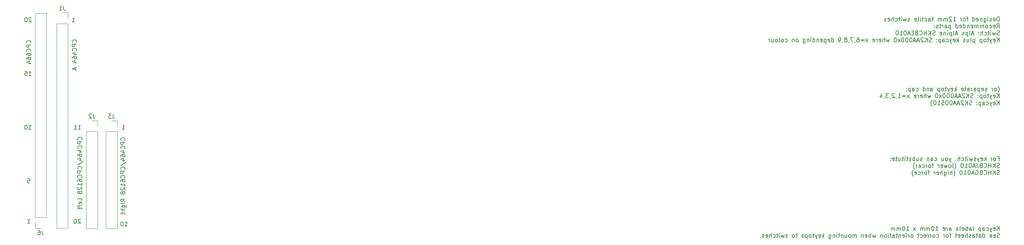
<source format=gbo>
G04 #@! TF.GenerationSoftware,KiCad,Pcbnew,(5.1.12)-1*
G04 #@! TF.CreationDate,2023-03-25T16:13:48+00:00*
G04 #@! TF.ProjectId,Keyboard,4b657962-6f61-4726-942e-6b696361645f,rev?*
G04 #@! TF.SameCoordinates,Original*
G04 #@! TF.FileFunction,Legend,Bot*
G04 #@! TF.FilePolarity,Positive*
%FSLAX46Y46*%
G04 Gerber Fmt 4.6, Leading zero omitted, Abs format (unit mm)*
G04 Created by KiCad (PCBNEW (5.1.12)-1) date 2023-03-25 16:13:48*
%MOMM*%
%LPD*%
G01*
G04 APERTURE LIST*
%ADD10C,0.150000*%
%ADD11C,0.120000*%
G04 APERTURE END LIST*
D10*
X282874404Y-97432380D02*
X282874404Y-96432380D01*
X282636309Y-96432380D01*
X282493452Y-96480000D01*
X282398214Y-96575238D01*
X282350595Y-96670476D01*
X282302976Y-96860952D01*
X282302976Y-97003809D01*
X282350595Y-97194285D01*
X282398214Y-97289523D01*
X282493452Y-97384761D01*
X282636309Y-97432380D01*
X282874404Y-97432380D01*
X281493452Y-97384761D02*
X281588690Y-97432380D01*
X281779166Y-97432380D01*
X281874404Y-97384761D01*
X281922023Y-97289523D01*
X281922023Y-96908571D01*
X281874404Y-96813333D01*
X281779166Y-96765714D01*
X281588690Y-96765714D01*
X281493452Y-96813333D01*
X281445833Y-96908571D01*
X281445833Y-97003809D01*
X281922023Y-97099047D01*
X281064880Y-97384761D02*
X280969642Y-97432380D01*
X280779166Y-97432380D01*
X280683928Y-97384761D01*
X280636309Y-97289523D01*
X280636309Y-97241904D01*
X280683928Y-97146666D01*
X280779166Y-97099047D01*
X280922023Y-97099047D01*
X281017261Y-97051428D01*
X281064880Y-96956190D01*
X281064880Y-96908571D01*
X281017261Y-96813333D01*
X280922023Y-96765714D01*
X280779166Y-96765714D01*
X280683928Y-96813333D01*
X280207738Y-97432380D02*
X280207738Y-96765714D01*
X280207738Y-96432380D02*
X280255357Y-96480000D01*
X280207738Y-96527619D01*
X280160119Y-96480000D01*
X280207738Y-96432380D01*
X280207738Y-96527619D01*
X279302976Y-96765714D02*
X279302976Y-97575238D01*
X279350595Y-97670476D01*
X279398214Y-97718095D01*
X279493452Y-97765714D01*
X279636309Y-97765714D01*
X279731547Y-97718095D01*
X279302976Y-97384761D02*
X279398214Y-97432380D01*
X279588690Y-97432380D01*
X279683928Y-97384761D01*
X279731547Y-97337142D01*
X279779166Y-97241904D01*
X279779166Y-96956190D01*
X279731547Y-96860952D01*
X279683928Y-96813333D01*
X279588690Y-96765714D01*
X279398214Y-96765714D01*
X279302976Y-96813333D01*
X278826785Y-96765714D02*
X278826785Y-97432380D01*
X278826785Y-96860952D02*
X278779166Y-96813333D01*
X278683928Y-96765714D01*
X278541071Y-96765714D01*
X278445833Y-96813333D01*
X278398214Y-96908571D01*
X278398214Y-97432380D01*
X277541071Y-97384761D02*
X277636309Y-97432380D01*
X277826785Y-97432380D01*
X277922023Y-97384761D01*
X277969642Y-97289523D01*
X277969642Y-96908571D01*
X277922023Y-96813333D01*
X277826785Y-96765714D01*
X277636309Y-96765714D01*
X277541071Y-96813333D01*
X277493452Y-96908571D01*
X277493452Y-97003809D01*
X277969642Y-97099047D01*
X276636309Y-97432380D02*
X276636309Y-96432380D01*
X276636309Y-97384761D02*
X276731547Y-97432380D01*
X276922023Y-97432380D01*
X277017261Y-97384761D01*
X277064880Y-97337142D01*
X277112500Y-97241904D01*
X277112500Y-96956190D01*
X277064880Y-96860952D01*
X277017261Y-96813333D01*
X276922023Y-96765714D01*
X276731547Y-96765714D01*
X276636309Y-96813333D01*
X275541071Y-96765714D02*
X275160119Y-96765714D01*
X275398214Y-97432380D02*
X275398214Y-96575238D01*
X275350595Y-96480000D01*
X275255357Y-96432380D01*
X275160119Y-96432380D01*
X274683928Y-97432380D02*
X274779166Y-97384761D01*
X274826785Y-97337142D01*
X274874404Y-97241904D01*
X274874404Y-96956190D01*
X274826785Y-96860952D01*
X274779166Y-96813333D01*
X274683928Y-96765714D01*
X274541071Y-96765714D01*
X274445833Y-96813333D01*
X274398214Y-96860952D01*
X274350595Y-96956190D01*
X274350595Y-97241904D01*
X274398214Y-97337142D01*
X274445833Y-97384761D01*
X274541071Y-97432380D01*
X274683928Y-97432380D01*
X273922023Y-97432380D02*
X273922023Y-96765714D01*
X273922023Y-96956190D02*
X273874404Y-96860952D01*
X273826785Y-96813333D01*
X273731547Y-96765714D01*
X273636309Y-96765714D01*
X272017261Y-97432380D02*
X272588690Y-97432380D01*
X272302976Y-97432380D02*
X272302976Y-96432380D01*
X272398214Y-96575238D01*
X272493452Y-96670476D01*
X272588690Y-96718095D01*
X271636309Y-96527619D02*
X271588690Y-96480000D01*
X271493452Y-96432380D01*
X271255357Y-96432380D01*
X271160119Y-96480000D01*
X271112500Y-96527619D01*
X271064880Y-96622857D01*
X271064880Y-96718095D01*
X271112500Y-96860952D01*
X271683928Y-97432380D01*
X271064880Y-97432380D01*
X270636309Y-97432380D02*
X270636309Y-96765714D01*
X270636309Y-96860952D02*
X270588690Y-96813333D01*
X270493452Y-96765714D01*
X270350595Y-96765714D01*
X270255357Y-96813333D01*
X270207738Y-96908571D01*
X270207738Y-97432380D01*
X270207738Y-96908571D02*
X270160119Y-96813333D01*
X270064880Y-96765714D01*
X269922023Y-96765714D01*
X269826785Y-96813333D01*
X269779166Y-96908571D01*
X269779166Y-97432380D01*
X269302976Y-97432380D02*
X269302976Y-96765714D01*
X269302976Y-96860952D02*
X269255357Y-96813333D01*
X269160119Y-96765714D01*
X269017261Y-96765714D01*
X268922023Y-96813333D01*
X268874404Y-96908571D01*
X268874404Y-97432380D01*
X268874404Y-96908571D02*
X268826785Y-96813333D01*
X268731547Y-96765714D01*
X268588690Y-96765714D01*
X268493452Y-96813333D01*
X268445833Y-96908571D01*
X268445833Y-97432380D01*
X267350595Y-96765714D02*
X266969642Y-96765714D01*
X267207738Y-96432380D02*
X267207738Y-97289523D01*
X267160119Y-97384761D01*
X267064880Y-97432380D01*
X266969642Y-97432380D01*
X266207738Y-97432380D02*
X266207738Y-96908571D01*
X266255357Y-96813333D01*
X266350595Y-96765714D01*
X266541071Y-96765714D01*
X266636309Y-96813333D01*
X266207738Y-97384761D02*
X266302976Y-97432380D01*
X266541071Y-97432380D01*
X266636309Y-97384761D01*
X266683928Y-97289523D01*
X266683928Y-97194285D01*
X266636309Y-97099047D01*
X266541071Y-97051428D01*
X266302976Y-97051428D01*
X266207738Y-97003809D01*
X265302976Y-97384761D02*
X265398214Y-97432380D01*
X265588690Y-97432380D01*
X265683928Y-97384761D01*
X265731547Y-97337142D01*
X265779166Y-97241904D01*
X265779166Y-96956190D01*
X265731547Y-96860952D01*
X265683928Y-96813333D01*
X265588690Y-96765714D01*
X265398214Y-96765714D01*
X265302976Y-96813333D01*
X265017261Y-96765714D02*
X264636309Y-96765714D01*
X264874404Y-96432380D02*
X264874404Y-97289523D01*
X264826785Y-97384761D01*
X264731547Y-97432380D01*
X264636309Y-97432380D01*
X264302976Y-97432380D02*
X264302976Y-96765714D01*
X264302976Y-96432380D02*
X264350595Y-96480000D01*
X264302976Y-96527619D01*
X264255357Y-96480000D01*
X264302976Y-96432380D01*
X264302976Y-96527619D01*
X263683928Y-97432380D02*
X263779166Y-97384761D01*
X263826785Y-97289523D01*
X263826785Y-96432380D01*
X262922023Y-97384761D02*
X263017261Y-97432380D01*
X263207738Y-97432380D01*
X263302976Y-97384761D01*
X263350595Y-97289523D01*
X263350595Y-96908571D01*
X263302976Y-96813333D01*
X263207738Y-96765714D01*
X263017261Y-96765714D01*
X262922023Y-96813333D01*
X262874404Y-96908571D01*
X262874404Y-97003809D01*
X263350595Y-97099047D01*
X261731547Y-97384761D02*
X261636309Y-97432380D01*
X261445833Y-97432380D01*
X261350595Y-97384761D01*
X261302976Y-97289523D01*
X261302976Y-97241904D01*
X261350595Y-97146666D01*
X261445833Y-97099047D01*
X261588690Y-97099047D01*
X261683928Y-97051428D01*
X261731547Y-96956190D01*
X261731547Y-96908571D01*
X261683928Y-96813333D01*
X261588690Y-96765714D01*
X261445833Y-96765714D01*
X261350595Y-96813333D01*
X260969642Y-96765714D02*
X260779166Y-97432380D01*
X260588690Y-96956190D01*
X260398214Y-97432380D01*
X260207738Y-96765714D01*
X259826785Y-97432380D02*
X259826785Y-96765714D01*
X259826785Y-96432380D02*
X259874404Y-96480000D01*
X259826785Y-96527619D01*
X259779166Y-96480000D01*
X259826785Y-96432380D01*
X259826785Y-96527619D01*
X259493452Y-96765714D02*
X259112500Y-96765714D01*
X259350595Y-96432380D02*
X259350595Y-97289523D01*
X259302976Y-97384761D01*
X259207738Y-97432380D01*
X259112500Y-97432380D01*
X258350595Y-97384761D02*
X258445833Y-97432380D01*
X258636309Y-97432380D01*
X258731547Y-97384761D01*
X258779166Y-97337142D01*
X258826785Y-97241904D01*
X258826785Y-96956190D01*
X258779166Y-96860952D01*
X258731547Y-96813333D01*
X258636309Y-96765714D01*
X258445833Y-96765714D01*
X258350595Y-96813333D01*
X257922023Y-97432380D02*
X257922023Y-96432380D01*
X257493452Y-97432380D02*
X257493452Y-96908571D01*
X257541071Y-96813333D01*
X257636309Y-96765714D01*
X257779166Y-96765714D01*
X257874404Y-96813333D01*
X257922023Y-96860952D01*
X256636309Y-97384761D02*
X256731547Y-97432380D01*
X256922023Y-97432380D01*
X257017261Y-97384761D01*
X257064880Y-97289523D01*
X257064880Y-96908571D01*
X257017261Y-96813333D01*
X256922023Y-96765714D01*
X256731547Y-96765714D01*
X256636309Y-96813333D01*
X256588690Y-96908571D01*
X256588690Y-97003809D01*
X257064880Y-97099047D01*
X256207738Y-97384761D02*
X256112500Y-97432380D01*
X255922023Y-97432380D01*
X255826785Y-97384761D01*
X255779166Y-97289523D01*
X255779166Y-97241904D01*
X255826785Y-97146666D01*
X255922023Y-97099047D01*
X256064880Y-97099047D01*
X256160119Y-97051428D01*
X256207738Y-96956190D01*
X256207738Y-96908571D01*
X256160119Y-96813333D01*
X256064880Y-96765714D01*
X255922023Y-96765714D01*
X255826785Y-96813333D01*
X282302976Y-99082380D02*
X282636309Y-98606190D01*
X282874404Y-99082380D02*
X282874404Y-98082380D01*
X282493452Y-98082380D01*
X282398214Y-98130000D01*
X282350595Y-98177619D01*
X282302976Y-98272857D01*
X282302976Y-98415714D01*
X282350595Y-98510952D01*
X282398214Y-98558571D01*
X282493452Y-98606190D01*
X282874404Y-98606190D01*
X281493452Y-99034761D02*
X281588690Y-99082380D01*
X281779166Y-99082380D01*
X281874404Y-99034761D01*
X281922023Y-98939523D01*
X281922023Y-98558571D01*
X281874404Y-98463333D01*
X281779166Y-98415714D01*
X281588690Y-98415714D01*
X281493452Y-98463333D01*
X281445833Y-98558571D01*
X281445833Y-98653809D01*
X281922023Y-98749047D01*
X280588690Y-99034761D02*
X280683928Y-99082380D01*
X280874404Y-99082380D01*
X280969642Y-99034761D01*
X281017261Y-98987142D01*
X281064880Y-98891904D01*
X281064880Y-98606190D01*
X281017261Y-98510952D01*
X280969642Y-98463333D01*
X280874404Y-98415714D01*
X280683928Y-98415714D01*
X280588690Y-98463333D01*
X280017261Y-99082380D02*
X280112500Y-99034761D01*
X280160119Y-98987142D01*
X280207738Y-98891904D01*
X280207738Y-98606190D01*
X280160119Y-98510952D01*
X280112500Y-98463333D01*
X280017261Y-98415714D01*
X279874404Y-98415714D01*
X279779166Y-98463333D01*
X279731547Y-98510952D01*
X279683928Y-98606190D01*
X279683928Y-98891904D01*
X279731547Y-98987142D01*
X279779166Y-99034761D01*
X279874404Y-99082380D01*
X280017261Y-99082380D01*
X279255357Y-99082380D02*
X279255357Y-98415714D01*
X279255357Y-98510952D02*
X279207738Y-98463333D01*
X279112500Y-98415714D01*
X278969642Y-98415714D01*
X278874404Y-98463333D01*
X278826785Y-98558571D01*
X278826785Y-99082380D01*
X278826785Y-98558571D02*
X278779166Y-98463333D01*
X278683928Y-98415714D01*
X278541071Y-98415714D01*
X278445833Y-98463333D01*
X278398214Y-98558571D01*
X278398214Y-99082380D01*
X277922023Y-99082380D02*
X277922023Y-98415714D01*
X277922023Y-98510952D02*
X277874404Y-98463333D01*
X277779166Y-98415714D01*
X277636309Y-98415714D01*
X277541071Y-98463333D01*
X277493452Y-98558571D01*
X277493452Y-99082380D01*
X277493452Y-98558571D02*
X277445833Y-98463333D01*
X277350595Y-98415714D01*
X277207738Y-98415714D01*
X277112500Y-98463333D01*
X277064880Y-98558571D01*
X277064880Y-99082380D01*
X276207738Y-99034761D02*
X276302976Y-99082380D01*
X276493452Y-99082380D01*
X276588690Y-99034761D01*
X276636309Y-98939523D01*
X276636309Y-98558571D01*
X276588690Y-98463333D01*
X276493452Y-98415714D01*
X276302976Y-98415714D01*
X276207738Y-98463333D01*
X276160119Y-98558571D01*
X276160119Y-98653809D01*
X276636309Y-98749047D01*
X275731547Y-98415714D02*
X275731547Y-99082380D01*
X275731547Y-98510952D02*
X275683928Y-98463333D01*
X275588690Y-98415714D01*
X275445833Y-98415714D01*
X275350595Y-98463333D01*
X275302976Y-98558571D01*
X275302976Y-99082380D01*
X274398214Y-99082380D02*
X274398214Y-98082380D01*
X274398214Y-99034761D02*
X274493452Y-99082380D01*
X274683928Y-99082380D01*
X274779166Y-99034761D01*
X274826785Y-98987142D01*
X274874404Y-98891904D01*
X274874404Y-98606190D01*
X274826785Y-98510952D01*
X274779166Y-98463333D01*
X274683928Y-98415714D01*
X274493452Y-98415714D01*
X274398214Y-98463333D01*
X273541071Y-99034761D02*
X273636309Y-99082380D01*
X273826785Y-99082380D01*
X273922023Y-99034761D01*
X273969642Y-98939523D01*
X273969642Y-98558571D01*
X273922023Y-98463333D01*
X273826785Y-98415714D01*
X273636309Y-98415714D01*
X273541071Y-98463333D01*
X273493452Y-98558571D01*
X273493452Y-98653809D01*
X273969642Y-98749047D01*
X272636309Y-99082380D02*
X272636309Y-98082380D01*
X272636309Y-99034761D02*
X272731547Y-99082380D01*
X272922023Y-99082380D01*
X273017261Y-99034761D01*
X273064880Y-98987142D01*
X273112500Y-98891904D01*
X273112500Y-98606190D01*
X273064880Y-98510952D01*
X273017261Y-98463333D01*
X272922023Y-98415714D01*
X272731547Y-98415714D01*
X272636309Y-98463333D01*
X271398214Y-98415714D02*
X271398214Y-99415714D01*
X271398214Y-98463333D02*
X271302976Y-98415714D01*
X271112500Y-98415714D01*
X271017261Y-98463333D01*
X270969642Y-98510952D01*
X270922023Y-98606190D01*
X270922023Y-98891904D01*
X270969642Y-98987142D01*
X271017261Y-99034761D01*
X271112500Y-99082380D01*
X271302976Y-99082380D01*
X271398214Y-99034761D01*
X270064880Y-99082380D02*
X270064880Y-98558571D01*
X270112500Y-98463333D01*
X270207738Y-98415714D01*
X270398214Y-98415714D01*
X270493452Y-98463333D01*
X270064880Y-99034761D02*
X270160119Y-99082380D01*
X270398214Y-99082380D01*
X270493452Y-99034761D01*
X270541071Y-98939523D01*
X270541071Y-98844285D01*
X270493452Y-98749047D01*
X270398214Y-98701428D01*
X270160119Y-98701428D01*
X270064880Y-98653809D01*
X269588690Y-99082380D02*
X269588690Y-98415714D01*
X269588690Y-98606190D02*
X269541071Y-98510952D01*
X269493452Y-98463333D01*
X269398214Y-98415714D01*
X269302976Y-98415714D01*
X269112500Y-98415714D02*
X268731547Y-98415714D01*
X268969642Y-98082380D02*
X268969642Y-98939523D01*
X268922023Y-99034761D01*
X268826785Y-99082380D01*
X268731547Y-99082380D01*
X268445833Y-99034761D02*
X268350595Y-99082380D01*
X268160119Y-99082380D01*
X268064880Y-99034761D01*
X268017261Y-98939523D01*
X268017261Y-98891904D01*
X268064880Y-98796666D01*
X268160119Y-98749047D01*
X268302976Y-98749047D01*
X268398214Y-98701428D01*
X268445833Y-98606190D01*
X268445833Y-98558571D01*
X268398214Y-98463333D01*
X268302976Y-98415714D01*
X268160119Y-98415714D01*
X268064880Y-98463333D01*
X267588690Y-98987142D02*
X267541071Y-99034761D01*
X267588690Y-99082380D01*
X267636309Y-99034761D01*
X267588690Y-98987142D01*
X267588690Y-99082380D01*
X267588690Y-98463333D02*
X267541071Y-98510952D01*
X267588690Y-98558571D01*
X267636309Y-98510952D01*
X267588690Y-98463333D01*
X267588690Y-98558571D01*
X282922023Y-100684761D02*
X282779166Y-100732380D01*
X282541071Y-100732380D01*
X282445833Y-100684761D01*
X282398214Y-100637142D01*
X282350595Y-100541904D01*
X282350595Y-100446666D01*
X282398214Y-100351428D01*
X282445833Y-100303809D01*
X282541071Y-100256190D01*
X282731547Y-100208571D01*
X282826785Y-100160952D01*
X282874404Y-100113333D01*
X282922023Y-100018095D01*
X282922023Y-99922857D01*
X282874404Y-99827619D01*
X282826785Y-99780000D01*
X282731547Y-99732380D01*
X282493452Y-99732380D01*
X282350595Y-99780000D01*
X282017261Y-100065714D02*
X281826785Y-100732380D01*
X281636309Y-100256190D01*
X281445833Y-100732380D01*
X281255357Y-100065714D01*
X280874404Y-100732380D02*
X280874404Y-100065714D01*
X280874404Y-99732380D02*
X280922023Y-99780000D01*
X280874404Y-99827619D01*
X280826785Y-99780000D01*
X280874404Y-99732380D01*
X280874404Y-99827619D01*
X280541071Y-100065714D02*
X280160119Y-100065714D01*
X280398214Y-99732380D02*
X280398214Y-100589523D01*
X280350595Y-100684761D01*
X280255357Y-100732380D01*
X280160119Y-100732380D01*
X279398214Y-100684761D02*
X279493452Y-100732380D01*
X279683928Y-100732380D01*
X279779166Y-100684761D01*
X279826785Y-100637142D01*
X279874404Y-100541904D01*
X279874404Y-100256190D01*
X279826785Y-100160952D01*
X279779166Y-100113333D01*
X279683928Y-100065714D01*
X279493452Y-100065714D01*
X279398214Y-100113333D01*
X278969642Y-100732380D02*
X278969642Y-99732380D01*
X278541071Y-100732380D02*
X278541071Y-100208571D01*
X278588690Y-100113333D01*
X278683928Y-100065714D01*
X278826785Y-100065714D01*
X278922023Y-100113333D01*
X278969642Y-100160952D01*
X278064880Y-100637142D02*
X278017261Y-100684761D01*
X278064880Y-100732380D01*
X278112500Y-100684761D01*
X278064880Y-100637142D01*
X278064880Y-100732380D01*
X278064880Y-100113333D02*
X278017261Y-100160952D01*
X278064880Y-100208571D01*
X278112500Y-100160952D01*
X278064880Y-100113333D01*
X278064880Y-100208571D01*
X276874404Y-100446666D02*
X276398214Y-100446666D01*
X276969642Y-100732380D02*
X276636309Y-99732380D01*
X276302976Y-100732380D01*
X275826785Y-100732380D02*
X275922023Y-100684761D01*
X275969642Y-100589523D01*
X275969642Y-99732380D01*
X275445833Y-100065714D02*
X275445833Y-101065714D01*
X275445833Y-100113333D02*
X275350595Y-100065714D01*
X275160119Y-100065714D01*
X275064880Y-100113333D01*
X275017261Y-100160952D01*
X274969642Y-100256190D01*
X274969642Y-100541904D01*
X275017261Y-100637142D01*
X275064880Y-100684761D01*
X275160119Y-100732380D01*
X275350595Y-100732380D01*
X275445833Y-100684761D01*
X274588690Y-100684761D02*
X274493452Y-100732380D01*
X274302976Y-100732380D01*
X274207738Y-100684761D01*
X274160119Y-100589523D01*
X274160119Y-100541904D01*
X274207738Y-100446666D01*
X274302976Y-100399047D01*
X274445833Y-100399047D01*
X274541071Y-100351428D01*
X274588690Y-100256190D01*
X274588690Y-100208571D01*
X274541071Y-100113333D01*
X274445833Y-100065714D01*
X274302976Y-100065714D01*
X274207738Y-100113333D01*
X273017261Y-100446666D02*
X272541071Y-100446666D01*
X273112500Y-100732380D02*
X272779166Y-99732380D01*
X272445833Y-100732380D01*
X271969642Y-100732380D02*
X272064880Y-100684761D01*
X272112500Y-100589523D01*
X272112500Y-99732380D01*
X271588690Y-100065714D02*
X271588690Y-101065714D01*
X271588690Y-100113333D02*
X271493452Y-100065714D01*
X271302976Y-100065714D01*
X271207738Y-100113333D01*
X271160119Y-100160952D01*
X271112500Y-100256190D01*
X271112500Y-100541904D01*
X271160119Y-100637142D01*
X271207738Y-100684761D01*
X271302976Y-100732380D01*
X271493452Y-100732380D01*
X271588690Y-100684761D01*
X270683928Y-100732380D02*
X270683928Y-100065714D01*
X270683928Y-99732380D02*
X270731547Y-99780000D01*
X270683928Y-99827619D01*
X270636309Y-99780000D01*
X270683928Y-99732380D01*
X270683928Y-99827619D01*
X270207738Y-100065714D02*
X270207738Y-100732380D01*
X270207738Y-100160952D02*
X270160119Y-100113333D01*
X270064880Y-100065714D01*
X269922023Y-100065714D01*
X269826785Y-100113333D01*
X269779166Y-100208571D01*
X269779166Y-100732380D01*
X268922023Y-100684761D02*
X269017261Y-100732380D01*
X269207738Y-100732380D01*
X269302976Y-100684761D01*
X269350595Y-100589523D01*
X269350595Y-100208571D01*
X269302976Y-100113333D01*
X269207738Y-100065714D01*
X269017261Y-100065714D01*
X268922023Y-100113333D01*
X268874404Y-100208571D01*
X268874404Y-100303809D01*
X269350595Y-100399047D01*
X267731547Y-100684761D02*
X267588690Y-100732380D01*
X267350595Y-100732380D01*
X267255357Y-100684761D01*
X267207738Y-100637142D01*
X267160119Y-100541904D01*
X267160119Y-100446666D01*
X267207738Y-100351428D01*
X267255357Y-100303809D01*
X267350595Y-100256190D01*
X267541071Y-100208571D01*
X267636309Y-100160952D01*
X267683928Y-100113333D01*
X267731547Y-100018095D01*
X267731547Y-99922857D01*
X267683928Y-99827619D01*
X267636309Y-99780000D01*
X267541071Y-99732380D01*
X267302976Y-99732380D01*
X267160119Y-99780000D01*
X266731547Y-100732380D02*
X266731547Y-99732380D01*
X266160119Y-100732380D02*
X266588690Y-100160952D01*
X266160119Y-99732380D02*
X266731547Y-100303809D01*
X265731547Y-100732380D02*
X265731547Y-99732380D01*
X265731547Y-100208571D02*
X265160119Y-100208571D01*
X265160119Y-100732380D02*
X265160119Y-99732380D01*
X264112500Y-100637142D02*
X264160119Y-100684761D01*
X264302976Y-100732380D01*
X264398214Y-100732380D01*
X264541071Y-100684761D01*
X264636309Y-100589523D01*
X264683928Y-100494285D01*
X264731547Y-100303809D01*
X264731547Y-100160952D01*
X264683928Y-99970476D01*
X264636309Y-99875238D01*
X264541071Y-99780000D01*
X264398214Y-99732380D01*
X264302976Y-99732380D01*
X264160119Y-99780000D01*
X264112500Y-99827619D01*
X263350595Y-100208571D02*
X263207738Y-100256190D01*
X263160119Y-100303809D01*
X263112500Y-100399047D01*
X263112500Y-100541904D01*
X263160119Y-100637142D01*
X263207738Y-100684761D01*
X263302976Y-100732380D01*
X263683928Y-100732380D01*
X263683928Y-99732380D01*
X263350595Y-99732380D01*
X263255357Y-99780000D01*
X263207738Y-99827619D01*
X263160119Y-99922857D01*
X263160119Y-100018095D01*
X263207738Y-100113333D01*
X263255357Y-100160952D01*
X263350595Y-100208571D01*
X263683928Y-100208571D01*
X262683928Y-100208571D02*
X262350595Y-100208571D01*
X262207738Y-100732380D02*
X262683928Y-100732380D01*
X262683928Y-99732380D01*
X262207738Y-99732380D01*
X261826785Y-100446666D02*
X261350595Y-100446666D01*
X261922023Y-100732380D02*
X261588690Y-99732380D01*
X261255357Y-100732380D01*
X260731547Y-99732380D02*
X260636309Y-99732380D01*
X260541071Y-99780000D01*
X260493452Y-99827619D01*
X260445833Y-99922857D01*
X260398214Y-100113333D01*
X260398214Y-100351428D01*
X260445833Y-100541904D01*
X260493452Y-100637142D01*
X260541071Y-100684761D01*
X260636309Y-100732380D01*
X260731547Y-100732380D01*
X260826785Y-100684761D01*
X260874404Y-100637142D01*
X260922023Y-100541904D01*
X260969642Y-100351428D01*
X260969642Y-100113333D01*
X260922023Y-99922857D01*
X260874404Y-99827619D01*
X260826785Y-99780000D01*
X260731547Y-99732380D01*
X259445833Y-100732380D02*
X260017261Y-100732380D01*
X259731547Y-100732380D02*
X259731547Y-99732380D01*
X259826785Y-99875238D01*
X259922023Y-99970476D01*
X260017261Y-100018095D01*
X258826785Y-99732380D02*
X258731547Y-99732380D01*
X258636309Y-99780000D01*
X258588690Y-99827619D01*
X258541071Y-99922857D01*
X258493452Y-100113333D01*
X258493452Y-100351428D01*
X258541071Y-100541904D01*
X258588690Y-100637142D01*
X258636309Y-100684761D01*
X258731547Y-100732380D01*
X258826785Y-100732380D01*
X258922023Y-100684761D01*
X258969642Y-100637142D01*
X259017261Y-100541904D01*
X259064880Y-100351428D01*
X259064880Y-100113333D01*
X259017261Y-99922857D01*
X258969642Y-99827619D01*
X258922023Y-99780000D01*
X258826785Y-99732380D01*
X282874404Y-102382380D02*
X282874404Y-101382380D01*
X282302976Y-102382380D02*
X282731547Y-101810952D01*
X282302976Y-101382380D02*
X282874404Y-101953809D01*
X281493452Y-102334761D02*
X281588690Y-102382380D01*
X281779166Y-102382380D01*
X281874404Y-102334761D01*
X281922023Y-102239523D01*
X281922023Y-101858571D01*
X281874404Y-101763333D01*
X281779166Y-101715714D01*
X281588690Y-101715714D01*
X281493452Y-101763333D01*
X281445833Y-101858571D01*
X281445833Y-101953809D01*
X281922023Y-102049047D01*
X281112500Y-101715714D02*
X280874404Y-102382380D01*
X280636309Y-101715714D02*
X280874404Y-102382380D01*
X280969642Y-102620476D01*
X281017261Y-102668095D01*
X281112500Y-102715714D01*
X280398214Y-101715714D02*
X280017261Y-101715714D01*
X280255357Y-101382380D02*
X280255357Y-102239523D01*
X280207738Y-102334761D01*
X280112500Y-102382380D01*
X280017261Y-102382380D01*
X279541071Y-102382380D02*
X279636309Y-102334761D01*
X279683928Y-102287142D01*
X279731547Y-102191904D01*
X279731547Y-101906190D01*
X279683928Y-101810952D01*
X279636309Y-101763333D01*
X279541071Y-101715714D01*
X279398214Y-101715714D01*
X279302976Y-101763333D01*
X279255357Y-101810952D01*
X279207738Y-101906190D01*
X279207738Y-102191904D01*
X279255357Y-102287142D01*
X279302976Y-102334761D01*
X279398214Y-102382380D01*
X279541071Y-102382380D01*
X278779166Y-101715714D02*
X278779166Y-102715714D01*
X278779166Y-101763333D02*
X278683928Y-101715714D01*
X278493452Y-101715714D01*
X278398214Y-101763333D01*
X278350595Y-101810952D01*
X278302976Y-101906190D01*
X278302976Y-102191904D01*
X278350595Y-102287142D01*
X278398214Y-102334761D01*
X278493452Y-102382380D01*
X278683928Y-102382380D01*
X278779166Y-102334761D01*
X277112500Y-101715714D02*
X277112500Y-102715714D01*
X277112500Y-101763333D02*
X277017261Y-101715714D01*
X276826785Y-101715714D01*
X276731547Y-101763333D01*
X276683928Y-101810952D01*
X276636309Y-101906190D01*
X276636309Y-102191904D01*
X276683928Y-102287142D01*
X276731547Y-102334761D01*
X276826785Y-102382380D01*
X277017261Y-102382380D01*
X277112500Y-102334761D01*
X276064880Y-102382380D02*
X276160119Y-102334761D01*
X276207738Y-102239523D01*
X276207738Y-101382380D01*
X275255357Y-101715714D02*
X275255357Y-102382380D01*
X275683928Y-101715714D02*
X275683928Y-102239523D01*
X275636309Y-102334761D01*
X275541071Y-102382380D01*
X275398214Y-102382380D01*
X275302976Y-102334761D01*
X275255357Y-102287142D01*
X274826785Y-102334761D02*
X274731547Y-102382380D01*
X274541071Y-102382380D01*
X274445833Y-102334761D01*
X274398214Y-102239523D01*
X274398214Y-102191904D01*
X274445833Y-102096666D01*
X274541071Y-102049047D01*
X274683928Y-102049047D01*
X274779166Y-102001428D01*
X274826785Y-101906190D01*
X274826785Y-101858571D01*
X274779166Y-101763333D01*
X274683928Y-101715714D01*
X274541071Y-101715714D01*
X274445833Y-101763333D01*
X273207738Y-102382380D02*
X273207738Y-101382380D01*
X273112500Y-102001428D02*
X272826785Y-102382380D01*
X272826785Y-101715714D02*
X273207738Y-102096666D01*
X272017261Y-102334761D02*
X272112500Y-102382380D01*
X272302976Y-102382380D01*
X272398214Y-102334761D01*
X272445833Y-102239523D01*
X272445833Y-101858571D01*
X272398214Y-101763333D01*
X272302976Y-101715714D01*
X272112500Y-101715714D01*
X272017261Y-101763333D01*
X271969642Y-101858571D01*
X271969642Y-101953809D01*
X272445833Y-102049047D01*
X271636309Y-101715714D02*
X271398214Y-102382380D01*
X271160119Y-101715714D02*
X271398214Y-102382380D01*
X271493452Y-102620476D01*
X271541071Y-102668095D01*
X271636309Y-102715714D01*
X270350595Y-102334761D02*
X270445833Y-102382380D01*
X270636309Y-102382380D01*
X270731547Y-102334761D01*
X270779166Y-102287142D01*
X270826785Y-102191904D01*
X270826785Y-101906190D01*
X270779166Y-101810952D01*
X270731547Y-101763333D01*
X270636309Y-101715714D01*
X270445833Y-101715714D01*
X270350595Y-101763333D01*
X269493452Y-102382380D02*
X269493452Y-101858571D01*
X269541071Y-101763333D01*
X269636309Y-101715714D01*
X269826785Y-101715714D01*
X269922023Y-101763333D01*
X269493452Y-102334761D02*
X269588690Y-102382380D01*
X269826785Y-102382380D01*
X269922023Y-102334761D01*
X269969642Y-102239523D01*
X269969642Y-102144285D01*
X269922023Y-102049047D01*
X269826785Y-102001428D01*
X269588690Y-102001428D01*
X269493452Y-101953809D01*
X269017261Y-101715714D02*
X269017261Y-102715714D01*
X269017261Y-101763333D02*
X268922023Y-101715714D01*
X268731547Y-101715714D01*
X268636309Y-101763333D01*
X268588690Y-101810952D01*
X268541071Y-101906190D01*
X268541071Y-102191904D01*
X268588690Y-102287142D01*
X268636309Y-102334761D01*
X268731547Y-102382380D01*
X268922023Y-102382380D01*
X269017261Y-102334761D01*
X268112500Y-102287142D02*
X268064880Y-102334761D01*
X268112500Y-102382380D01*
X268160119Y-102334761D01*
X268112500Y-102287142D01*
X268112500Y-102382380D01*
X268112500Y-101763333D02*
X268064880Y-101810952D01*
X268112500Y-101858571D01*
X268160119Y-101810952D01*
X268112500Y-101763333D01*
X268112500Y-101858571D01*
X266922023Y-102334761D02*
X266779166Y-102382380D01*
X266541071Y-102382380D01*
X266445833Y-102334761D01*
X266398214Y-102287142D01*
X266350595Y-102191904D01*
X266350595Y-102096666D01*
X266398214Y-102001428D01*
X266445833Y-101953809D01*
X266541071Y-101906190D01*
X266731547Y-101858571D01*
X266826785Y-101810952D01*
X266874404Y-101763333D01*
X266922023Y-101668095D01*
X266922023Y-101572857D01*
X266874404Y-101477619D01*
X266826785Y-101430000D01*
X266731547Y-101382380D01*
X266493452Y-101382380D01*
X266350595Y-101430000D01*
X265922023Y-102382380D02*
X265922023Y-101382380D01*
X265350595Y-102382380D02*
X265779166Y-101810952D01*
X265350595Y-101382380D02*
X265922023Y-101953809D01*
X264969642Y-101477619D02*
X264922023Y-101430000D01*
X264826785Y-101382380D01*
X264588690Y-101382380D01*
X264493452Y-101430000D01*
X264445833Y-101477619D01*
X264398214Y-101572857D01*
X264398214Y-101668095D01*
X264445833Y-101810952D01*
X265017261Y-102382380D01*
X264398214Y-102382380D01*
X264017261Y-102096666D02*
X263541071Y-102096666D01*
X264112500Y-102382380D02*
X263779166Y-101382380D01*
X263445833Y-102382380D01*
X263160119Y-102096666D02*
X262683928Y-102096666D01*
X263255357Y-102382380D02*
X262922023Y-101382380D01*
X262588690Y-102382380D01*
X262064880Y-101382380D02*
X261969642Y-101382380D01*
X261874404Y-101430000D01*
X261826785Y-101477619D01*
X261779166Y-101572857D01*
X261731547Y-101763333D01*
X261731547Y-102001428D01*
X261779166Y-102191904D01*
X261826785Y-102287142D01*
X261874404Y-102334761D01*
X261969642Y-102382380D01*
X262064880Y-102382380D01*
X262160119Y-102334761D01*
X262207738Y-102287142D01*
X262255357Y-102191904D01*
X262302976Y-102001428D01*
X262302976Y-101763333D01*
X262255357Y-101572857D01*
X262207738Y-101477619D01*
X262160119Y-101430000D01*
X262064880Y-101382380D01*
X261112500Y-101382380D02*
X261017261Y-101382380D01*
X260922023Y-101430000D01*
X260874404Y-101477619D01*
X260826785Y-101572857D01*
X260779166Y-101763333D01*
X260779166Y-102001428D01*
X260826785Y-102191904D01*
X260874404Y-102287142D01*
X260922023Y-102334761D01*
X261017261Y-102382380D01*
X261112500Y-102382380D01*
X261207738Y-102334761D01*
X261255357Y-102287142D01*
X261302976Y-102191904D01*
X261350595Y-102001428D01*
X261350595Y-101763333D01*
X261302976Y-101572857D01*
X261255357Y-101477619D01*
X261207738Y-101430000D01*
X261112500Y-101382380D01*
X260160119Y-101382380D02*
X260064880Y-101382380D01*
X259969642Y-101430000D01*
X259922023Y-101477619D01*
X259874404Y-101572857D01*
X259826785Y-101763333D01*
X259826785Y-102001428D01*
X259874404Y-102191904D01*
X259922023Y-102287142D01*
X259969642Y-102334761D01*
X260064880Y-102382380D01*
X260160119Y-102382380D01*
X260255357Y-102334761D01*
X260302976Y-102287142D01*
X260350595Y-102191904D01*
X260398214Y-102001428D01*
X260398214Y-101763333D01*
X260350595Y-101572857D01*
X260302976Y-101477619D01*
X260255357Y-101430000D01*
X260160119Y-101382380D01*
X259493452Y-102382380D02*
X258969642Y-101715714D01*
X259493452Y-101715714D02*
X258969642Y-102382380D01*
X258398214Y-101382380D02*
X258302976Y-101382380D01*
X258207738Y-101430000D01*
X258160119Y-101477619D01*
X258112500Y-101572857D01*
X258064880Y-101763333D01*
X258064880Y-102001428D01*
X258112500Y-102191904D01*
X258160119Y-102287142D01*
X258207738Y-102334761D01*
X258302976Y-102382380D01*
X258398214Y-102382380D01*
X258493452Y-102334761D01*
X258541071Y-102287142D01*
X258588690Y-102191904D01*
X258636309Y-102001428D01*
X258636309Y-101763333D01*
X258588690Y-101572857D01*
X258541071Y-101477619D01*
X258493452Y-101430000D01*
X258398214Y-101382380D01*
X256969642Y-101715714D02*
X256779166Y-102382380D01*
X256588690Y-101906190D01*
X256398214Y-102382380D01*
X256207738Y-101715714D01*
X255826785Y-102382380D02*
X255826785Y-101382380D01*
X255398214Y-102382380D02*
X255398214Y-101858571D01*
X255445833Y-101763333D01*
X255541071Y-101715714D01*
X255683928Y-101715714D01*
X255779166Y-101763333D01*
X255826785Y-101810952D01*
X254541071Y-102334761D02*
X254636309Y-102382380D01*
X254826785Y-102382380D01*
X254922023Y-102334761D01*
X254969642Y-102239523D01*
X254969642Y-101858571D01*
X254922023Y-101763333D01*
X254826785Y-101715714D01*
X254636309Y-101715714D01*
X254541071Y-101763333D01*
X254493452Y-101858571D01*
X254493452Y-101953809D01*
X254969642Y-102049047D01*
X254064880Y-102382380D02*
X254064880Y-101715714D01*
X254064880Y-101906190D02*
X254017261Y-101810952D01*
X253969642Y-101763333D01*
X253874404Y-101715714D01*
X253779166Y-101715714D01*
X253064880Y-102334761D02*
X253160119Y-102382380D01*
X253350595Y-102382380D01*
X253445833Y-102334761D01*
X253493452Y-102239523D01*
X253493452Y-101858571D01*
X253445833Y-101763333D01*
X253350595Y-101715714D01*
X253160119Y-101715714D01*
X253064880Y-101763333D01*
X253017261Y-101858571D01*
X253017261Y-101953809D01*
X253493452Y-102049047D01*
X251922023Y-102382380D02*
X251398214Y-101715714D01*
X251922023Y-101715714D02*
X251398214Y-102382380D01*
X251017261Y-101858571D02*
X250255357Y-101858571D01*
X250255357Y-102144285D02*
X251017261Y-102144285D01*
X249350595Y-101382380D02*
X249541071Y-101382380D01*
X249636309Y-101430000D01*
X249683928Y-101477619D01*
X249779166Y-101620476D01*
X249826785Y-101810952D01*
X249826785Y-102191904D01*
X249779166Y-102287142D01*
X249731547Y-102334761D01*
X249636309Y-102382380D01*
X249445833Y-102382380D01*
X249350595Y-102334761D01*
X249302976Y-102287142D01*
X249255357Y-102191904D01*
X249255357Y-101953809D01*
X249302976Y-101858571D01*
X249350595Y-101810952D01*
X249445833Y-101763333D01*
X249636309Y-101763333D01*
X249731547Y-101810952D01*
X249779166Y-101858571D01*
X249826785Y-101953809D01*
X248779166Y-102334761D02*
X248779166Y-102382380D01*
X248826785Y-102477619D01*
X248874404Y-102525238D01*
X248445833Y-101382380D02*
X247779166Y-101382380D01*
X248207738Y-102382380D01*
X247350595Y-102334761D02*
X247350595Y-102382380D01*
X247398214Y-102477619D01*
X247445833Y-102525238D01*
X246779166Y-101810952D02*
X246874404Y-101763333D01*
X246922023Y-101715714D01*
X246969642Y-101620476D01*
X246969642Y-101572857D01*
X246922023Y-101477619D01*
X246874404Y-101430000D01*
X246779166Y-101382380D01*
X246588690Y-101382380D01*
X246493452Y-101430000D01*
X246445833Y-101477619D01*
X246398214Y-101572857D01*
X246398214Y-101620476D01*
X246445833Y-101715714D01*
X246493452Y-101763333D01*
X246588690Y-101810952D01*
X246779166Y-101810952D01*
X246874404Y-101858571D01*
X246922023Y-101906190D01*
X246969642Y-102001428D01*
X246969642Y-102191904D01*
X246922023Y-102287142D01*
X246874404Y-102334761D01*
X246779166Y-102382380D01*
X246588690Y-102382380D01*
X246493452Y-102334761D01*
X246445833Y-102287142D01*
X246398214Y-102191904D01*
X246398214Y-102001428D01*
X246445833Y-101906190D01*
X246493452Y-101858571D01*
X246588690Y-101810952D01*
X245922023Y-102334761D02*
X245922023Y-102382380D01*
X245969642Y-102477619D01*
X246017261Y-102525238D01*
X245445833Y-102382380D02*
X245255357Y-102382380D01*
X245160119Y-102334761D01*
X245112500Y-102287142D01*
X245017261Y-102144285D01*
X244969642Y-101953809D01*
X244969642Y-101572857D01*
X245017261Y-101477619D01*
X245064880Y-101430000D01*
X245160119Y-101382380D01*
X245350595Y-101382380D01*
X245445833Y-101430000D01*
X245493452Y-101477619D01*
X245541071Y-101572857D01*
X245541071Y-101810952D01*
X245493452Y-101906190D01*
X245445833Y-101953809D01*
X245350595Y-102001428D01*
X245160119Y-102001428D01*
X245064880Y-101953809D01*
X245017261Y-101906190D01*
X244969642Y-101810952D01*
X243350595Y-102382380D02*
X243350595Y-101382380D01*
X243350595Y-102334761D02*
X243445833Y-102382380D01*
X243636309Y-102382380D01*
X243731547Y-102334761D01*
X243779166Y-102287142D01*
X243826785Y-102191904D01*
X243826785Y-101906190D01*
X243779166Y-101810952D01*
X243731547Y-101763333D01*
X243636309Y-101715714D01*
X243445833Y-101715714D01*
X243350595Y-101763333D01*
X242493452Y-102334761D02*
X242588690Y-102382380D01*
X242779166Y-102382380D01*
X242874404Y-102334761D01*
X242922023Y-102239523D01*
X242922023Y-101858571D01*
X242874404Y-101763333D01*
X242779166Y-101715714D01*
X242588690Y-101715714D01*
X242493452Y-101763333D01*
X242445833Y-101858571D01*
X242445833Y-101953809D01*
X242922023Y-102049047D01*
X242017261Y-101715714D02*
X242017261Y-102715714D01*
X242017261Y-101763333D02*
X241922023Y-101715714D01*
X241731547Y-101715714D01*
X241636309Y-101763333D01*
X241588690Y-101810952D01*
X241541071Y-101906190D01*
X241541071Y-102191904D01*
X241588690Y-102287142D01*
X241636309Y-102334761D01*
X241731547Y-102382380D01*
X241922023Y-102382380D01*
X242017261Y-102334761D01*
X240731547Y-102334761D02*
X240826785Y-102382380D01*
X241017261Y-102382380D01*
X241112500Y-102334761D01*
X241160119Y-102239523D01*
X241160119Y-101858571D01*
X241112500Y-101763333D01*
X241017261Y-101715714D01*
X240826785Y-101715714D01*
X240731547Y-101763333D01*
X240683928Y-101858571D01*
X240683928Y-101953809D01*
X241160119Y-102049047D01*
X240255357Y-101715714D02*
X240255357Y-102382380D01*
X240255357Y-101810952D02*
X240207738Y-101763333D01*
X240112500Y-101715714D01*
X239969642Y-101715714D01*
X239874404Y-101763333D01*
X239826785Y-101858571D01*
X239826785Y-102382380D01*
X238922023Y-102382380D02*
X238922023Y-101382380D01*
X238922023Y-102334761D02*
X239017261Y-102382380D01*
X239207738Y-102382380D01*
X239302976Y-102334761D01*
X239350595Y-102287142D01*
X239398214Y-102191904D01*
X239398214Y-101906190D01*
X239350595Y-101810952D01*
X239302976Y-101763333D01*
X239207738Y-101715714D01*
X239017261Y-101715714D01*
X238922023Y-101763333D01*
X238445833Y-102382380D02*
X238445833Y-101715714D01*
X238445833Y-101382380D02*
X238493452Y-101430000D01*
X238445833Y-101477619D01*
X238398214Y-101430000D01*
X238445833Y-101382380D01*
X238445833Y-101477619D01*
X237969642Y-101715714D02*
X237969642Y-102382380D01*
X237969642Y-101810952D02*
X237922023Y-101763333D01*
X237826785Y-101715714D01*
X237683928Y-101715714D01*
X237588690Y-101763333D01*
X237541071Y-101858571D01*
X237541071Y-102382380D01*
X236636309Y-101715714D02*
X236636309Y-102525238D01*
X236683928Y-102620476D01*
X236731547Y-102668095D01*
X236826785Y-102715714D01*
X236969642Y-102715714D01*
X237064880Y-102668095D01*
X236636309Y-102334761D02*
X236731547Y-102382380D01*
X236922023Y-102382380D01*
X237017261Y-102334761D01*
X237064880Y-102287142D01*
X237112500Y-102191904D01*
X237112500Y-101906190D01*
X237064880Y-101810952D01*
X237017261Y-101763333D01*
X236922023Y-101715714D01*
X236731547Y-101715714D01*
X236636309Y-101763333D01*
X235255357Y-102382380D02*
X235350595Y-102334761D01*
X235398214Y-102287142D01*
X235445833Y-102191904D01*
X235445833Y-101906190D01*
X235398214Y-101810952D01*
X235350595Y-101763333D01*
X235255357Y-101715714D01*
X235112500Y-101715714D01*
X235017261Y-101763333D01*
X234969642Y-101810952D01*
X234922023Y-101906190D01*
X234922023Y-102191904D01*
X234969642Y-102287142D01*
X235017261Y-102334761D01*
X235112500Y-102382380D01*
X235255357Y-102382380D01*
X234493452Y-101715714D02*
X234493452Y-102382380D01*
X234493452Y-101810952D02*
X234445833Y-101763333D01*
X234350595Y-101715714D01*
X234207738Y-101715714D01*
X234112500Y-101763333D01*
X234064880Y-101858571D01*
X234064880Y-102382380D01*
X232398214Y-102334761D02*
X232493452Y-102382380D01*
X232683928Y-102382380D01*
X232779166Y-102334761D01*
X232826785Y-102287142D01*
X232874404Y-102191904D01*
X232874404Y-101906190D01*
X232826785Y-101810952D01*
X232779166Y-101763333D01*
X232683928Y-101715714D01*
X232493452Y-101715714D01*
X232398214Y-101763333D01*
X231826785Y-102382380D02*
X231922023Y-102334761D01*
X231969642Y-102287142D01*
X232017261Y-102191904D01*
X232017261Y-101906190D01*
X231969642Y-101810952D01*
X231922023Y-101763333D01*
X231826785Y-101715714D01*
X231683928Y-101715714D01*
X231588690Y-101763333D01*
X231541071Y-101810952D01*
X231493452Y-101906190D01*
X231493452Y-102191904D01*
X231541071Y-102287142D01*
X231588690Y-102334761D01*
X231683928Y-102382380D01*
X231826785Y-102382380D01*
X230922023Y-102382380D02*
X231017261Y-102334761D01*
X231064880Y-102239523D01*
X231064880Y-101382380D01*
X230398214Y-102382380D02*
X230493452Y-102334761D01*
X230541071Y-102287142D01*
X230588690Y-102191904D01*
X230588690Y-101906190D01*
X230541071Y-101810952D01*
X230493452Y-101763333D01*
X230398214Y-101715714D01*
X230255357Y-101715714D01*
X230160119Y-101763333D01*
X230112500Y-101810952D01*
X230064880Y-101906190D01*
X230064880Y-102191904D01*
X230112500Y-102287142D01*
X230160119Y-102334761D01*
X230255357Y-102382380D01*
X230398214Y-102382380D01*
X229207738Y-101715714D02*
X229207738Y-102382380D01*
X229636309Y-101715714D02*
X229636309Y-102239523D01*
X229588690Y-102334761D01*
X229493452Y-102382380D01*
X229350595Y-102382380D01*
X229255357Y-102334761D01*
X229207738Y-102287142D01*
X228731547Y-102382380D02*
X228731547Y-101715714D01*
X228731547Y-101906190D02*
X228683928Y-101810952D01*
X228636309Y-101763333D01*
X228541071Y-101715714D01*
X228445833Y-101715714D01*
X282588690Y-114313333D02*
X282636309Y-114265714D01*
X282731547Y-114122857D01*
X282779166Y-114027619D01*
X282826785Y-113884761D01*
X282874404Y-113646666D01*
X282874404Y-113456190D01*
X282826785Y-113218095D01*
X282779166Y-113075238D01*
X282731547Y-112980000D01*
X282636309Y-112837142D01*
X282588690Y-112789523D01*
X282064880Y-113932380D02*
X282160119Y-113884761D01*
X282207738Y-113837142D01*
X282255357Y-113741904D01*
X282255357Y-113456190D01*
X282207738Y-113360952D01*
X282160119Y-113313333D01*
X282064880Y-113265714D01*
X281922023Y-113265714D01*
X281826785Y-113313333D01*
X281779166Y-113360952D01*
X281731547Y-113456190D01*
X281731547Y-113741904D01*
X281779166Y-113837142D01*
X281826785Y-113884761D01*
X281922023Y-113932380D01*
X282064880Y-113932380D01*
X281302976Y-113932380D02*
X281302976Y-113265714D01*
X281302976Y-113456190D02*
X281255357Y-113360952D01*
X281207738Y-113313333D01*
X281112500Y-113265714D01*
X281017261Y-113265714D01*
X279969642Y-113884761D02*
X279874404Y-113932380D01*
X279683928Y-113932380D01*
X279588690Y-113884761D01*
X279541071Y-113789523D01*
X279541071Y-113741904D01*
X279588690Y-113646666D01*
X279683928Y-113599047D01*
X279826785Y-113599047D01*
X279922023Y-113551428D01*
X279969642Y-113456190D01*
X279969642Y-113408571D01*
X279922023Y-113313333D01*
X279826785Y-113265714D01*
X279683928Y-113265714D01*
X279588690Y-113313333D01*
X278731547Y-113884761D02*
X278826785Y-113932380D01*
X279017261Y-113932380D01*
X279112500Y-113884761D01*
X279160119Y-113789523D01*
X279160119Y-113408571D01*
X279112500Y-113313333D01*
X279017261Y-113265714D01*
X278826785Y-113265714D01*
X278731547Y-113313333D01*
X278683928Y-113408571D01*
X278683928Y-113503809D01*
X279160119Y-113599047D01*
X278255357Y-113265714D02*
X278255357Y-114265714D01*
X278255357Y-113313333D02*
X278160119Y-113265714D01*
X277969642Y-113265714D01*
X277874404Y-113313333D01*
X277826785Y-113360952D01*
X277779166Y-113456190D01*
X277779166Y-113741904D01*
X277826785Y-113837142D01*
X277874404Y-113884761D01*
X277969642Y-113932380D01*
X278160119Y-113932380D01*
X278255357Y-113884761D01*
X276922023Y-113932380D02*
X276922023Y-113408571D01*
X276969642Y-113313333D01*
X277064880Y-113265714D01*
X277255357Y-113265714D01*
X277350595Y-113313333D01*
X276922023Y-113884761D02*
X277017261Y-113932380D01*
X277255357Y-113932380D01*
X277350595Y-113884761D01*
X277398214Y-113789523D01*
X277398214Y-113694285D01*
X277350595Y-113599047D01*
X277255357Y-113551428D01*
X277017261Y-113551428D01*
X276922023Y-113503809D01*
X276445833Y-113932380D02*
X276445833Y-113265714D01*
X276445833Y-113456190D02*
X276398214Y-113360952D01*
X276350595Y-113313333D01*
X276255357Y-113265714D01*
X276160119Y-113265714D01*
X275398214Y-113932380D02*
X275398214Y-113408571D01*
X275445833Y-113313333D01*
X275541071Y-113265714D01*
X275731547Y-113265714D01*
X275826785Y-113313333D01*
X275398214Y-113884761D02*
X275493452Y-113932380D01*
X275731547Y-113932380D01*
X275826785Y-113884761D01*
X275874404Y-113789523D01*
X275874404Y-113694285D01*
X275826785Y-113599047D01*
X275731547Y-113551428D01*
X275493452Y-113551428D01*
X275398214Y-113503809D01*
X275064880Y-113265714D02*
X274683928Y-113265714D01*
X274922023Y-112932380D02*
X274922023Y-113789523D01*
X274874404Y-113884761D01*
X274779166Y-113932380D01*
X274683928Y-113932380D01*
X273969642Y-113884761D02*
X274064880Y-113932380D01*
X274255357Y-113932380D01*
X274350595Y-113884761D01*
X274398214Y-113789523D01*
X274398214Y-113408571D01*
X274350595Y-113313333D01*
X274255357Y-113265714D01*
X274064880Y-113265714D01*
X273969642Y-113313333D01*
X273922023Y-113408571D01*
X273922023Y-113503809D01*
X274398214Y-113599047D01*
X272731547Y-113932380D02*
X272731547Y-112932380D01*
X272636309Y-113551428D02*
X272350595Y-113932380D01*
X272350595Y-113265714D02*
X272731547Y-113646666D01*
X271541071Y-113884761D02*
X271636309Y-113932380D01*
X271826785Y-113932380D01*
X271922023Y-113884761D01*
X271969642Y-113789523D01*
X271969642Y-113408571D01*
X271922023Y-113313333D01*
X271826785Y-113265714D01*
X271636309Y-113265714D01*
X271541071Y-113313333D01*
X271493452Y-113408571D01*
X271493452Y-113503809D01*
X271969642Y-113599047D01*
X271160119Y-113265714D02*
X270922023Y-113932380D01*
X270683928Y-113265714D02*
X270922023Y-113932380D01*
X271017261Y-114170476D01*
X271064880Y-114218095D01*
X271160119Y-114265714D01*
X270445833Y-113265714D02*
X270064880Y-113265714D01*
X270302976Y-112932380D02*
X270302976Y-113789523D01*
X270255357Y-113884761D01*
X270160119Y-113932380D01*
X270064880Y-113932380D01*
X269588690Y-113932380D02*
X269683928Y-113884761D01*
X269731547Y-113837142D01*
X269779166Y-113741904D01*
X269779166Y-113456190D01*
X269731547Y-113360952D01*
X269683928Y-113313333D01*
X269588690Y-113265714D01*
X269445833Y-113265714D01*
X269350595Y-113313333D01*
X269302976Y-113360952D01*
X269255357Y-113456190D01*
X269255357Y-113741904D01*
X269302976Y-113837142D01*
X269350595Y-113884761D01*
X269445833Y-113932380D01*
X269588690Y-113932380D01*
X268826785Y-113265714D02*
X268826785Y-114265714D01*
X268826785Y-113313333D02*
X268731547Y-113265714D01*
X268541071Y-113265714D01*
X268445833Y-113313333D01*
X268398214Y-113360952D01*
X268350595Y-113456190D01*
X268350595Y-113741904D01*
X268398214Y-113837142D01*
X268445833Y-113884761D01*
X268541071Y-113932380D01*
X268731547Y-113932380D01*
X268826785Y-113884761D01*
X266731547Y-113932380D02*
X266731547Y-113408571D01*
X266779166Y-113313333D01*
X266874404Y-113265714D01*
X267064880Y-113265714D01*
X267160119Y-113313333D01*
X266731547Y-113884761D02*
X266826785Y-113932380D01*
X267064880Y-113932380D01*
X267160119Y-113884761D01*
X267207738Y-113789523D01*
X267207738Y-113694285D01*
X267160119Y-113599047D01*
X267064880Y-113551428D01*
X266826785Y-113551428D01*
X266731547Y-113503809D01*
X266255357Y-113265714D02*
X266255357Y-113932380D01*
X266255357Y-113360952D02*
X266207738Y-113313333D01*
X266112500Y-113265714D01*
X265969642Y-113265714D01*
X265874404Y-113313333D01*
X265826785Y-113408571D01*
X265826785Y-113932380D01*
X264922023Y-113932380D02*
X264922023Y-112932380D01*
X264922023Y-113884761D02*
X265017261Y-113932380D01*
X265207738Y-113932380D01*
X265302976Y-113884761D01*
X265350595Y-113837142D01*
X265398214Y-113741904D01*
X265398214Y-113456190D01*
X265350595Y-113360952D01*
X265302976Y-113313333D01*
X265207738Y-113265714D01*
X265017261Y-113265714D01*
X264922023Y-113313333D01*
X263255357Y-113884761D02*
X263350595Y-113932380D01*
X263541071Y-113932380D01*
X263636309Y-113884761D01*
X263683928Y-113837142D01*
X263731547Y-113741904D01*
X263731547Y-113456190D01*
X263683928Y-113360952D01*
X263636309Y-113313333D01*
X263541071Y-113265714D01*
X263350595Y-113265714D01*
X263255357Y-113313333D01*
X262398214Y-113932380D02*
X262398214Y-113408571D01*
X262445833Y-113313333D01*
X262541071Y-113265714D01*
X262731547Y-113265714D01*
X262826785Y-113313333D01*
X262398214Y-113884761D02*
X262493452Y-113932380D01*
X262731547Y-113932380D01*
X262826785Y-113884761D01*
X262874404Y-113789523D01*
X262874404Y-113694285D01*
X262826785Y-113599047D01*
X262731547Y-113551428D01*
X262493452Y-113551428D01*
X262398214Y-113503809D01*
X261922023Y-113265714D02*
X261922023Y-114265714D01*
X261922023Y-113313333D02*
X261826785Y-113265714D01*
X261636309Y-113265714D01*
X261541071Y-113313333D01*
X261493452Y-113360952D01*
X261445833Y-113456190D01*
X261445833Y-113741904D01*
X261493452Y-113837142D01*
X261541071Y-113884761D01*
X261636309Y-113932380D01*
X261826785Y-113932380D01*
X261922023Y-113884761D01*
X261017261Y-113837142D02*
X260969642Y-113884761D01*
X261017261Y-113932380D01*
X261064880Y-113884761D01*
X261017261Y-113837142D01*
X261017261Y-113932380D01*
X261017261Y-113313333D02*
X260969642Y-113360952D01*
X261017261Y-113408571D01*
X261064880Y-113360952D01*
X261017261Y-113313333D01*
X261017261Y-113408571D01*
X282874404Y-115582380D02*
X282874404Y-114582380D01*
X282302976Y-115582380D02*
X282731547Y-115010952D01*
X282302976Y-114582380D02*
X282874404Y-115153809D01*
X281493452Y-115534761D02*
X281588690Y-115582380D01*
X281779166Y-115582380D01*
X281874404Y-115534761D01*
X281922023Y-115439523D01*
X281922023Y-115058571D01*
X281874404Y-114963333D01*
X281779166Y-114915714D01*
X281588690Y-114915714D01*
X281493452Y-114963333D01*
X281445833Y-115058571D01*
X281445833Y-115153809D01*
X281922023Y-115249047D01*
X281112500Y-114915714D02*
X280874404Y-115582380D01*
X280636309Y-114915714D02*
X280874404Y-115582380D01*
X280969642Y-115820476D01*
X281017261Y-115868095D01*
X281112500Y-115915714D01*
X280398214Y-114915714D02*
X280017261Y-114915714D01*
X280255357Y-114582380D02*
X280255357Y-115439523D01*
X280207738Y-115534761D01*
X280112500Y-115582380D01*
X280017261Y-115582380D01*
X279541071Y-115582380D02*
X279636309Y-115534761D01*
X279683928Y-115487142D01*
X279731547Y-115391904D01*
X279731547Y-115106190D01*
X279683928Y-115010952D01*
X279636309Y-114963333D01*
X279541071Y-114915714D01*
X279398214Y-114915714D01*
X279302976Y-114963333D01*
X279255357Y-115010952D01*
X279207738Y-115106190D01*
X279207738Y-115391904D01*
X279255357Y-115487142D01*
X279302976Y-115534761D01*
X279398214Y-115582380D01*
X279541071Y-115582380D01*
X278779166Y-114915714D02*
X278779166Y-115915714D01*
X278779166Y-114963333D02*
X278683928Y-114915714D01*
X278493452Y-114915714D01*
X278398214Y-114963333D01*
X278350595Y-115010952D01*
X278302976Y-115106190D01*
X278302976Y-115391904D01*
X278350595Y-115487142D01*
X278398214Y-115534761D01*
X278493452Y-115582380D01*
X278683928Y-115582380D01*
X278779166Y-115534761D01*
X277874404Y-115487142D02*
X277826785Y-115534761D01*
X277874404Y-115582380D01*
X277922023Y-115534761D01*
X277874404Y-115487142D01*
X277874404Y-115582380D01*
X277874404Y-114963333D02*
X277826785Y-115010952D01*
X277874404Y-115058571D01*
X277922023Y-115010952D01*
X277874404Y-114963333D01*
X277874404Y-115058571D01*
X276683928Y-115534761D02*
X276541071Y-115582380D01*
X276302976Y-115582380D01*
X276207738Y-115534761D01*
X276160119Y-115487142D01*
X276112500Y-115391904D01*
X276112500Y-115296666D01*
X276160119Y-115201428D01*
X276207738Y-115153809D01*
X276302976Y-115106190D01*
X276493452Y-115058571D01*
X276588690Y-115010952D01*
X276636309Y-114963333D01*
X276683928Y-114868095D01*
X276683928Y-114772857D01*
X276636309Y-114677619D01*
X276588690Y-114630000D01*
X276493452Y-114582380D01*
X276255357Y-114582380D01*
X276112500Y-114630000D01*
X275683928Y-115582380D02*
X275683928Y-114582380D01*
X275112500Y-115582380D02*
X275541071Y-115010952D01*
X275112500Y-114582380D02*
X275683928Y-115153809D01*
X274731547Y-114677619D02*
X274683928Y-114630000D01*
X274588690Y-114582380D01*
X274350595Y-114582380D01*
X274255357Y-114630000D01*
X274207738Y-114677619D01*
X274160119Y-114772857D01*
X274160119Y-114868095D01*
X274207738Y-115010952D01*
X274779166Y-115582380D01*
X274160119Y-115582380D01*
X273779166Y-115296666D02*
X273302976Y-115296666D01*
X273874404Y-115582380D02*
X273541071Y-114582380D01*
X273207738Y-115582380D01*
X272922023Y-115296666D02*
X272445833Y-115296666D01*
X273017261Y-115582380D02*
X272683928Y-114582380D01*
X272350595Y-115582380D01*
X271826785Y-114582380D02*
X271731547Y-114582380D01*
X271636309Y-114630000D01*
X271588690Y-114677619D01*
X271541071Y-114772857D01*
X271493452Y-114963333D01*
X271493452Y-115201428D01*
X271541071Y-115391904D01*
X271588690Y-115487142D01*
X271636309Y-115534761D01*
X271731547Y-115582380D01*
X271826785Y-115582380D01*
X271922023Y-115534761D01*
X271969642Y-115487142D01*
X272017261Y-115391904D01*
X272064880Y-115201428D01*
X272064880Y-114963333D01*
X272017261Y-114772857D01*
X271969642Y-114677619D01*
X271922023Y-114630000D01*
X271826785Y-114582380D01*
X270874404Y-114582380D02*
X270779166Y-114582380D01*
X270683928Y-114630000D01*
X270636309Y-114677619D01*
X270588690Y-114772857D01*
X270541071Y-114963333D01*
X270541071Y-115201428D01*
X270588690Y-115391904D01*
X270636309Y-115487142D01*
X270683928Y-115534761D01*
X270779166Y-115582380D01*
X270874404Y-115582380D01*
X270969642Y-115534761D01*
X271017261Y-115487142D01*
X271064880Y-115391904D01*
X271112500Y-115201428D01*
X271112500Y-114963333D01*
X271064880Y-114772857D01*
X271017261Y-114677619D01*
X270969642Y-114630000D01*
X270874404Y-114582380D01*
X269922023Y-114582380D02*
X269826785Y-114582380D01*
X269731547Y-114630000D01*
X269683928Y-114677619D01*
X269636309Y-114772857D01*
X269588690Y-114963333D01*
X269588690Y-115201428D01*
X269636309Y-115391904D01*
X269683928Y-115487142D01*
X269731547Y-115534761D01*
X269826785Y-115582380D01*
X269922023Y-115582380D01*
X270017261Y-115534761D01*
X270064880Y-115487142D01*
X270112500Y-115391904D01*
X270160119Y-115201428D01*
X270160119Y-114963333D01*
X270112500Y-114772857D01*
X270064880Y-114677619D01*
X270017261Y-114630000D01*
X269922023Y-114582380D01*
X269255357Y-115582380D02*
X268731547Y-114915714D01*
X269255357Y-114915714D02*
X268731547Y-115582380D01*
X268160119Y-114582380D02*
X268064880Y-114582380D01*
X267969642Y-114630000D01*
X267922023Y-114677619D01*
X267874404Y-114772857D01*
X267826785Y-114963333D01*
X267826785Y-115201428D01*
X267874404Y-115391904D01*
X267922023Y-115487142D01*
X267969642Y-115534761D01*
X268064880Y-115582380D01*
X268160119Y-115582380D01*
X268255357Y-115534761D01*
X268302976Y-115487142D01*
X268350595Y-115391904D01*
X268398214Y-115201428D01*
X268398214Y-114963333D01*
X268350595Y-114772857D01*
X268302976Y-114677619D01*
X268255357Y-114630000D01*
X268160119Y-114582380D01*
X266731547Y-114915714D02*
X266541071Y-115582380D01*
X266350595Y-115106190D01*
X266160119Y-115582380D01*
X265969642Y-114915714D01*
X265588690Y-115582380D02*
X265588690Y-114582380D01*
X265160119Y-115582380D02*
X265160119Y-115058571D01*
X265207738Y-114963333D01*
X265302976Y-114915714D01*
X265445833Y-114915714D01*
X265541071Y-114963333D01*
X265588690Y-115010952D01*
X264302976Y-115534761D02*
X264398214Y-115582380D01*
X264588690Y-115582380D01*
X264683928Y-115534761D01*
X264731547Y-115439523D01*
X264731547Y-115058571D01*
X264683928Y-114963333D01*
X264588690Y-114915714D01*
X264398214Y-114915714D01*
X264302976Y-114963333D01*
X264255357Y-115058571D01*
X264255357Y-115153809D01*
X264731547Y-115249047D01*
X263826785Y-115582380D02*
X263826785Y-114915714D01*
X263826785Y-115106190D02*
X263779166Y-115010952D01*
X263731547Y-114963333D01*
X263636309Y-114915714D01*
X263541071Y-114915714D01*
X262826785Y-115534761D02*
X262922023Y-115582380D01*
X263112500Y-115582380D01*
X263207738Y-115534761D01*
X263255357Y-115439523D01*
X263255357Y-115058571D01*
X263207738Y-114963333D01*
X263112500Y-114915714D01*
X262922023Y-114915714D01*
X262826785Y-114963333D01*
X262779166Y-115058571D01*
X262779166Y-115153809D01*
X263255357Y-115249047D01*
X261683928Y-115582380D02*
X261160119Y-114915714D01*
X261683928Y-114915714D02*
X261160119Y-115582380D01*
X260779166Y-115058571D02*
X260017261Y-115058571D01*
X260017261Y-115344285D02*
X260779166Y-115344285D01*
X259017261Y-115582380D02*
X259588690Y-115582380D01*
X259302976Y-115582380D02*
X259302976Y-114582380D01*
X259398214Y-114725238D01*
X259493452Y-114820476D01*
X259588690Y-114868095D01*
X258541071Y-115534761D02*
X258541071Y-115582380D01*
X258588690Y-115677619D01*
X258636309Y-115725238D01*
X258160119Y-114677619D02*
X258112500Y-114630000D01*
X258017261Y-114582380D01*
X257779166Y-114582380D01*
X257683928Y-114630000D01*
X257636309Y-114677619D01*
X257588690Y-114772857D01*
X257588690Y-114868095D01*
X257636309Y-115010952D01*
X258207738Y-115582380D01*
X257588690Y-115582380D01*
X257112500Y-115534761D02*
X257112500Y-115582380D01*
X257160119Y-115677619D01*
X257207738Y-115725238D01*
X256779166Y-114582380D02*
X256160119Y-114582380D01*
X256493452Y-114963333D01*
X256350595Y-114963333D01*
X256255357Y-115010952D01*
X256207738Y-115058571D01*
X256160119Y-115153809D01*
X256160119Y-115391904D01*
X256207738Y-115487142D01*
X256255357Y-115534761D01*
X256350595Y-115582380D01*
X256636309Y-115582380D01*
X256731547Y-115534761D01*
X256779166Y-115487142D01*
X255683928Y-115534761D02*
X255683928Y-115582380D01*
X255731547Y-115677619D01*
X255779166Y-115725238D01*
X254826785Y-114915714D02*
X254826785Y-115582380D01*
X255064880Y-114534761D02*
X255302976Y-115249047D01*
X254683928Y-115249047D01*
X282874404Y-117232380D02*
X282874404Y-116232380D01*
X282302976Y-117232380D02*
X282731547Y-116660952D01*
X282302976Y-116232380D02*
X282874404Y-116803809D01*
X281493452Y-117184761D02*
X281588690Y-117232380D01*
X281779166Y-117232380D01*
X281874404Y-117184761D01*
X281922023Y-117089523D01*
X281922023Y-116708571D01*
X281874404Y-116613333D01*
X281779166Y-116565714D01*
X281588690Y-116565714D01*
X281493452Y-116613333D01*
X281445833Y-116708571D01*
X281445833Y-116803809D01*
X281922023Y-116899047D01*
X281112500Y-116565714D02*
X280874404Y-117232380D01*
X280636309Y-116565714D02*
X280874404Y-117232380D01*
X280969642Y-117470476D01*
X281017261Y-117518095D01*
X281112500Y-117565714D01*
X279826785Y-117184761D02*
X279922023Y-117232380D01*
X280112500Y-117232380D01*
X280207738Y-117184761D01*
X280255357Y-117137142D01*
X280302976Y-117041904D01*
X280302976Y-116756190D01*
X280255357Y-116660952D01*
X280207738Y-116613333D01*
X280112500Y-116565714D01*
X279922023Y-116565714D01*
X279826785Y-116613333D01*
X278969642Y-117232380D02*
X278969642Y-116708571D01*
X279017261Y-116613333D01*
X279112500Y-116565714D01*
X279302976Y-116565714D01*
X279398214Y-116613333D01*
X278969642Y-117184761D02*
X279064880Y-117232380D01*
X279302976Y-117232380D01*
X279398214Y-117184761D01*
X279445833Y-117089523D01*
X279445833Y-116994285D01*
X279398214Y-116899047D01*
X279302976Y-116851428D01*
X279064880Y-116851428D01*
X278969642Y-116803809D01*
X278493452Y-116565714D02*
X278493452Y-117565714D01*
X278493452Y-116613333D02*
X278398214Y-116565714D01*
X278207738Y-116565714D01*
X278112500Y-116613333D01*
X278064880Y-116660952D01*
X278017261Y-116756190D01*
X278017261Y-117041904D01*
X278064880Y-117137142D01*
X278112500Y-117184761D01*
X278207738Y-117232380D01*
X278398214Y-117232380D01*
X278493452Y-117184761D01*
X277588690Y-117137142D02*
X277541071Y-117184761D01*
X277588690Y-117232380D01*
X277636309Y-117184761D01*
X277588690Y-117137142D01*
X277588690Y-117232380D01*
X277588690Y-116613333D02*
X277541071Y-116660952D01*
X277588690Y-116708571D01*
X277636309Y-116660952D01*
X277588690Y-116613333D01*
X277588690Y-116708571D01*
X276398214Y-117184761D02*
X276255357Y-117232380D01*
X276017261Y-117232380D01*
X275922023Y-117184761D01*
X275874404Y-117137142D01*
X275826785Y-117041904D01*
X275826785Y-116946666D01*
X275874404Y-116851428D01*
X275922023Y-116803809D01*
X276017261Y-116756190D01*
X276207738Y-116708571D01*
X276302976Y-116660952D01*
X276350595Y-116613333D01*
X276398214Y-116518095D01*
X276398214Y-116422857D01*
X276350595Y-116327619D01*
X276302976Y-116280000D01*
X276207738Y-116232380D01*
X275969642Y-116232380D01*
X275826785Y-116280000D01*
X275398214Y-117232380D02*
X275398214Y-116232380D01*
X274826785Y-117232380D02*
X275255357Y-116660952D01*
X274826785Y-116232380D02*
X275398214Y-116803809D01*
X274445833Y-116327619D02*
X274398214Y-116280000D01*
X274302976Y-116232380D01*
X274064880Y-116232380D01*
X273969642Y-116280000D01*
X273922023Y-116327619D01*
X273874404Y-116422857D01*
X273874404Y-116518095D01*
X273922023Y-116660952D01*
X274493452Y-117232380D01*
X273874404Y-117232380D01*
X273493452Y-116946666D02*
X273017261Y-116946666D01*
X273588690Y-117232380D02*
X273255357Y-116232380D01*
X272922023Y-117232380D01*
X272636309Y-116946666D02*
X272160119Y-116946666D01*
X272731547Y-117232380D02*
X272398214Y-116232380D01*
X272064880Y-117232380D01*
X271541071Y-116232380D02*
X271445833Y-116232380D01*
X271350595Y-116280000D01*
X271302976Y-116327619D01*
X271255357Y-116422857D01*
X271207738Y-116613333D01*
X271207738Y-116851428D01*
X271255357Y-117041904D01*
X271302976Y-117137142D01*
X271350595Y-117184761D01*
X271445833Y-117232380D01*
X271541071Y-117232380D01*
X271636309Y-117184761D01*
X271683928Y-117137142D01*
X271731547Y-117041904D01*
X271779166Y-116851428D01*
X271779166Y-116613333D01*
X271731547Y-116422857D01*
X271683928Y-116327619D01*
X271636309Y-116280000D01*
X271541071Y-116232380D01*
X270588690Y-116232380D02*
X270493452Y-116232380D01*
X270398214Y-116280000D01*
X270350595Y-116327619D01*
X270302976Y-116422857D01*
X270255357Y-116613333D01*
X270255357Y-116851428D01*
X270302976Y-117041904D01*
X270350595Y-117137142D01*
X270398214Y-117184761D01*
X270493452Y-117232380D01*
X270588690Y-117232380D01*
X270683928Y-117184761D01*
X270731547Y-117137142D01*
X270779166Y-117041904D01*
X270826785Y-116851428D01*
X270826785Y-116613333D01*
X270779166Y-116422857D01*
X270731547Y-116327619D01*
X270683928Y-116280000D01*
X270588690Y-116232380D01*
X269350595Y-116232380D02*
X269826785Y-116232380D01*
X269874404Y-116708571D01*
X269826785Y-116660952D01*
X269731547Y-116613333D01*
X269493452Y-116613333D01*
X269398214Y-116660952D01*
X269350595Y-116708571D01*
X269302976Y-116803809D01*
X269302976Y-117041904D01*
X269350595Y-117137142D01*
X269398214Y-117184761D01*
X269493452Y-117232380D01*
X269731547Y-117232380D01*
X269826785Y-117184761D01*
X269874404Y-117137142D01*
X268350595Y-117232380D02*
X268922023Y-117232380D01*
X268636309Y-117232380D02*
X268636309Y-116232380D01*
X268731547Y-116375238D01*
X268826785Y-116470476D01*
X268922023Y-116518095D01*
X267731547Y-116232380D02*
X267636309Y-116232380D01*
X267541071Y-116280000D01*
X267493452Y-116327619D01*
X267445833Y-116422857D01*
X267398214Y-116613333D01*
X267398214Y-116851428D01*
X267445833Y-117041904D01*
X267493452Y-117137142D01*
X267541071Y-117184761D01*
X267636309Y-117232380D01*
X267731547Y-117232380D01*
X267826785Y-117184761D01*
X267874404Y-117137142D01*
X267922023Y-117041904D01*
X267969642Y-116851428D01*
X267969642Y-116613333D01*
X267922023Y-116422857D01*
X267874404Y-116327619D01*
X267826785Y-116280000D01*
X267731547Y-116232380D01*
X267064880Y-117613333D02*
X267017261Y-117565714D01*
X266922023Y-117422857D01*
X266874404Y-117327619D01*
X266826785Y-117184761D01*
X266779166Y-116946666D01*
X266779166Y-116756190D01*
X266826785Y-116518095D01*
X266874404Y-116375238D01*
X266922023Y-116280000D01*
X267017261Y-116137142D01*
X267064880Y-116089523D01*
X282541071Y-129908571D02*
X282874404Y-129908571D01*
X282874404Y-130432380D02*
X282874404Y-129432380D01*
X282398214Y-129432380D01*
X281874404Y-130432380D02*
X281969642Y-130384761D01*
X282017261Y-130337142D01*
X282064880Y-130241904D01*
X282064880Y-129956190D01*
X282017261Y-129860952D01*
X281969642Y-129813333D01*
X281874404Y-129765714D01*
X281731547Y-129765714D01*
X281636309Y-129813333D01*
X281588690Y-129860952D01*
X281541071Y-129956190D01*
X281541071Y-130241904D01*
X281588690Y-130337142D01*
X281636309Y-130384761D01*
X281731547Y-130432380D01*
X281874404Y-130432380D01*
X281112500Y-130432380D02*
X281112500Y-129765714D01*
X281112500Y-129956190D02*
X281064880Y-129860952D01*
X281017261Y-129813333D01*
X280922023Y-129765714D01*
X280826785Y-129765714D01*
X279731547Y-130432380D02*
X279731547Y-129432380D01*
X279636309Y-130051428D02*
X279350595Y-130432380D01*
X279350595Y-129765714D02*
X279731547Y-130146666D01*
X278541071Y-130384761D02*
X278636309Y-130432380D01*
X278826785Y-130432380D01*
X278922023Y-130384761D01*
X278969642Y-130289523D01*
X278969642Y-129908571D01*
X278922023Y-129813333D01*
X278826785Y-129765714D01*
X278636309Y-129765714D01*
X278541071Y-129813333D01*
X278493452Y-129908571D01*
X278493452Y-130003809D01*
X278969642Y-130099047D01*
X278160119Y-129765714D02*
X277922023Y-130432380D01*
X277683928Y-129765714D02*
X277922023Y-130432380D01*
X278017261Y-130670476D01*
X278064880Y-130718095D01*
X278160119Y-130765714D01*
X277350595Y-130384761D02*
X277255357Y-130432380D01*
X277064880Y-130432380D01*
X276969642Y-130384761D01*
X276922023Y-130289523D01*
X276922023Y-130241904D01*
X276969642Y-130146666D01*
X277064880Y-130099047D01*
X277207738Y-130099047D01*
X277302976Y-130051428D01*
X277350595Y-129956190D01*
X277350595Y-129908571D01*
X277302976Y-129813333D01*
X277207738Y-129765714D01*
X277064880Y-129765714D01*
X276969642Y-129813333D01*
X276588690Y-129765714D02*
X276398214Y-130432380D01*
X276207738Y-129956190D01*
X276017261Y-130432380D01*
X275826785Y-129765714D01*
X275445833Y-130432380D02*
X275445833Y-129765714D01*
X275445833Y-129432380D02*
X275493452Y-129480000D01*
X275445833Y-129527619D01*
X275398214Y-129480000D01*
X275445833Y-129432380D01*
X275445833Y-129527619D01*
X275112500Y-129765714D02*
X274731547Y-129765714D01*
X274969642Y-129432380D02*
X274969642Y-130289523D01*
X274922023Y-130384761D01*
X274826785Y-130432380D01*
X274731547Y-130432380D01*
X273969642Y-130384761D02*
X274064880Y-130432380D01*
X274255357Y-130432380D01*
X274350595Y-130384761D01*
X274398214Y-130337142D01*
X274445833Y-130241904D01*
X274445833Y-129956190D01*
X274398214Y-129860952D01*
X274350595Y-129813333D01*
X274255357Y-129765714D01*
X274064880Y-129765714D01*
X273969642Y-129813333D01*
X273541071Y-130432380D02*
X273541071Y-129432380D01*
X273112500Y-130432380D02*
X273112500Y-129908571D01*
X273160119Y-129813333D01*
X273255357Y-129765714D01*
X273398214Y-129765714D01*
X273493452Y-129813333D01*
X273541071Y-129860952D01*
X272588690Y-130384761D02*
X272588690Y-130432380D01*
X272636309Y-130527619D01*
X272683928Y-130575238D01*
X271493452Y-129765714D02*
X271255357Y-130432380D01*
X271017261Y-129765714D02*
X271255357Y-130432380D01*
X271350595Y-130670476D01*
X271398214Y-130718095D01*
X271493452Y-130765714D01*
X270493452Y-130432380D02*
X270588690Y-130384761D01*
X270636309Y-130337142D01*
X270683928Y-130241904D01*
X270683928Y-129956190D01*
X270636309Y-129860952D01*
X270588690Y-129813333D01*
X270493452Y-129765714D01*
X270350595Y-129765714D01*
X270255357Y-129813333D01*
X270207738Y-129860952D01*
X270160119Y-129956190D01*
X270160119Y-130241904D01*
X270207738Y-130337142D01*
X270255357Y-130384761D01*
X270350595Y-130432380D01*
X270493452Y-130432380D01*
X269302976Y-129765714D02*
X269302976Y-130432380D01*
X269731547Y-129765714D02*
X269731547Y-130289523D01*
X269683928Y-130384761D01*
X269588690Y-130432380D01*
X269445833Y-130432380D01*
X269350595Y-130384761D01*
X269302976Y-130337142D01*
X267636309Y-130384761D02*
X267731547Y-130432380D01*
X267922023Y-130432380D01*
X268017261Y-130384761D01*
X268064880Y-130337142D01*
X268112500Y-130241904D01*
X268112500Y-129956190D01*
X268064880Y-129860952D01*
X268017261Y-129813333D01*
X267922023Y-129765714D01*
X267731547Y-129765714D01*
X267636309Y-129813333D01*
X266779166Y-130432380D02*
X266779166Y-129908571D01*
X266826785Y-129813333D01*
X266922023Y-129765714D01*
X267112500Y-129765714D01*
X267207738Y-129813333D01*
X266779166Y-130384761D02*
X266874404Y-130432380D01*
X267112500Y-130432380D01*
X267207738Y-130384761D01*
X267255357Y-130289523D01*
X267255357Y-130194285D01*
X267207738Y-130099047D01*
X267112500Y-130051428D01*
X266874404Y-130051428D01*
X266779166Y-130003809D01*
X266302976Y-129765714D02*
X266302976Y-130432380D01*
X266302976Y-129860952D02*
X266255357Y-129813333D01*
X266160119Y-129765714D01*
X266017261Y-129765714D01*
X265922023Y-129813333D01*
X265874404Y-129908571D01*
X265874404Y-130432380D01*
X264683928Y-130384761D02*
X264588690Y-130432380D01*
X264398214Y-130432380D01*
X264302976Y-130384761D01*
X264255357Y-130289523D01*
X264255357Y-130241904D01*
X264302976Y-130146666D01*
X264398214Y-130099047D01*
X264541071Y-130099047D01*
X264636309Y-130051428D01*
X264683928Y-129956190D01*
X264683928Y-129908571D01*
X264636309Y-129813333D01*
X264541071Y-129765714D01*
X264398214Y-129765714D01*
X264302976Y-129813333D01*
X263398214Y-129765714D02*
X263398214Y-130432380D01*
X263826785Y-129765714D02*
X263826785Y-130289523D01*
X263779166Y-130384761D01*
X263683928Y-130432380D01*
X263541071Y-130432380D01*
X263445833Y-130384761D01*
X263398214Y-130337142D01*
X262922023Y-130432380D02*
X262922023Y-129432380D01*
X262922023Y-129813333D02*
X262826785Y-129765714D01*
X262636309Y-129765714D01*
X262541071Y-129813333D01*
X262493452Y-129860952D01*
X262445833Y-129956190D01*
X262445833Y-130241904D01*
X262493452Y-130337142D01*
X262541071Y-130384761D01*
X262636309Y-130432380D01*
X262826785Y-130432380D01*
X262922023Y-130384761D01*
X262064880Y-130384761D02*
X261969642Y-130432380D01*
X261779166Y-130432380D01*
X261683928Y-130384761D01*
X261636309Y-130289523D01*
X261636309Y-130241904D01*
X261683928Y-130146666D01*
X261779166Y-130099047D01*
X261922023Y-130099047D01*
X262017261Y-130051428D01*
X262064880Y-129956190D01*
X262064880Y-129908571D01*
X262017261Y-129813333D01*
X261922023Y-129765714D01*
X261779166Y-129765714D01*
X261683928Y-129813333D01*
X261350595Y-129765714D02*
X260969642Y-129765714D01*
X261207738Y-129432380D02*
X261207738Y-130289523D01*
X261160119Y-130384761D01*
X261064880Y-130432380D01*
X260969642Y-130432380D01*
X260636309Y-130432380D02*
X260636309Y-129765714D01*
X260636309Y-129432380D02*
X260683928Y-129480000D01*
X260636309Y-129527619D01*
X260588690Y-129480000D01*
X260636309Y-129432380D01*
X260636309Y-129527619D01*
X260302976Y-129765714D02*
X259922023Y-129765714D01*
X260160119Y-129432380D02*
X260160119Y-130289523D01*
X260112500Y-130384761D01*
X260017261Y-130432380D01*
X259922023Y-130432380D01*
X259160119Y-129765714D02*
X259160119Y-130432380D01*
X259588690Y-129765714D02*
X259588690Y-130289523D01*
X259541071Y-130384761D01*
X259445833Y-130432380D01*
X259302976Y-130432380D01*
X259207738Y-130384761D01*
X259160119Y-130337142D01*
X258826785Y-129765714D02*
X258445833Y-129765714D01*
X258683928Y-129432380D02*
X258683928Y-130289523D01*
X258636309Y-130384761D01*
X258541071Y-130432380D01*
X258445833Y-130432380D01*
X257731547Y-130384761D02*
X257826785Y-130432380D01*
X258017261Y-130432380D01*
X258112500Y-130384761D01*
X258160119Y-130289523D01*
X258160119Y-129908571D01*
X258112500Y-129813333D01*
X258017261Y-129765714D01*
X257826785Y-129765714D01*
X257731547Y-129813333D01*
X257683928Y-129908571D01*
X257683928Y-130003809D01*
X258160119Y-130099047D01*
X257255357Y-130337142D02*
X257207738Y-130384761D01*
X257255357Y-130432380D01*
X257302976Y-130384761D01*
X257255357Y-130337142D01*
X257255357Y-130432380D01*
X257255357Y-129813333D02*
X257207738Y-129860952D01*
X257255357Y-129908571D01*
X257302976Y-129860952D01*
X257255357Y-129813333D01*
X257255357Y-129908571D01*
X282922023Y-132034761D02*
X282779166Y-132082380D01*
X282541071Y-132082380D01*
X282445833Y-132034761D01*
X282398214Y-131987142D01*
X282350595Y-131891904D01*
X282350595Y-131796666D01*
X282398214Y-131701428D01*
X282445833Y-131653809D01*
X282541071Y-131606190D01*
X282731547Y-131558571D01*
X282826785Y-131510952D01*
X282874404Y-131463333D01*
X282922023Y-131368095D01*
X282922023Y-131272857D01*
X282874404Y-131177619D01*
X282826785Y-131130000D01*
X282731547Y-131082380D01*
X282493452Y-131082380D01*
X282350595Y-131130000D01*
X281922023Y-132082380D02*
X281922023Y-131082380D01*
X281350595Y-132082380D02*
X281779166Y-131510952D01*
X281350595Y-131082380D02*
X281922023Y-131653809D01*
X280922023Y-132082380D02*
X280922023Y-131082380D01*
X280922023Y-131558571D02*
X280350595Y-131558571D01*
X280350595Y-132082380D02*
X280350595Y-131082380D01*
X279302976Y-131987142D02*
X279350595Y-132034761D01*
X279493452Y-132082380D01*
X279588690Y-132082380D01*
X279731547Y-132034761D01*
X279826785Y-131939523D01*
X279874404Y-131844285D01*
X279922023Y-131653809D01*
X279922023Y-131510952D01*
X279874404Y-131320476D01*
X279826785Y-131225238D01*
X279731547Y-131130000D01*
X279588690Y-131082380D01*
X279493452Y-131082380D01*
X279350595Y-131130000D01*
X279302976Y-131177619D01*
X278541071Y-131558571D02*
X278398214Y-131606190D01*
X278350595Y-131653809D01*
X278302976Y-131749047D01*
X278302976Y-131891904D01*
X278350595Y-131987142D01*
X278398214Y-132034761D01*
X278493452Y-132082380D01*
X278874404Y-132082380D01*
X278874404Y-131082380D01*
X278541071Y-131082380D01*
X278445833Y-131130000D01*
X278398214Y-131177619D01*
X278350595Y-131272857D01*
X278350595Y-131368095D01*
X278398214Y-131463333D01*
X278445833Y-131510952D01*
X278541071Y-131558571D01*
X278874404Y-131558571D01*
X277588690Y-131082380D02*
X277588690Y-131796666D01*
X277636309Y-131939523D01*
X277731547Y-132034761D01*
X277874404Y-132082380D01*
X277969642Y-132082380D01*
X277160119Y-131796666D02*
X276683928Y-131796666D01*
X277255357Y-132082380D02*
X276922023Y-131082380D01*
X276588690Y-132082380D01*
X276064880Y-131082380D02*
X275969642Y-131082380D01*
X275874404Y-131130000D01*
X275826785Y-131177619D01*
X275779166Y-131272857D01*
X275731547Y-131463333D01*
X275731547Y-131701428D01*
X275779166Y-131891904D01*
X275826785Y-131987142D01*
X275874404Y-132034761D01*
X275969642Y-132082380D01*
X276064880Y-132082380D01*
X276160119Y-132034761D01*
X276207738Y-131987142D01*
X276255357Y-131891904D01*
X276302976Y-131701428D01*
X276302976Y-131463333D01*
X276255357Y-131272857D01*
X276207738Y-131177619D01*
X276160119Y-131130000D01*
X276064880Y-131082380D01*
X274779166Y-132082380D02*
X275350595Y-132082380D01*
X275064880Y-132082380D02*
X275064880Y-131082380D01*
X275160119Y-131225238D01*
X275255357Y-131320476D01*
X275350595Y-131368095D01*
X274160119Y-131082380D02*
X274064880Y-131082380D01*
X273969642Y-131130000D01*
X273922023Y-131177619D01*
X273874404Y-131272857D01*
X273826785Y-131463333D01*
X273826785Y-131701428D01*
X273874404Y-131891904D01*
X273922023Y-131987142D01*
X273969642Y-132034761D01*
X274064880Y-132082380D01*
X274160119Y-132082380D01*
X274255357Y-132034761D01*
X274302976Y-131987142D01*
X274350595Y-131891904D01*
X274398214Y-131701428D01*
X274398214Y-131463333D01*
X274350595Y-131272857D01*
X274302976Y-131177619D01*
X274255357Y-131130000D01*
X274160119Y-131082380D01*
X272350595Y-132463333D02*
X272398214Y-132415714D01*
X272493452Y-132272857D01*
X272541071Y-132177619D01*
X272588690Y-132034761D01*
X272636309Y-131796666D01*
X272636309Y-131606190D01*
X272588690Y-131368095D01*
X272541071Y-131225238D01*
X272493452Y-131130000D01*
X272398214Y-130987142D01*
X272350595Y-130939523D01*
X271826785Y-132082380D02*
X271922023Y-132034761D01*
X271969642Y-131939523D01*
X271969642Y-131082380D01*
X271302976Y-132082380D02*
X271398214Y-132034761D01*
X271445833Y-131987142D01*
X271493452Y-131891904D01*
X271493452Y-131606190D01*
X271445833Y-131510952D01*
X271398214Y-131463333D01*
X271302976Y-131415714D01*
X271160119Y-131415714D01*
X271064880Y-131463333D01*
X271017261Y-131510952D01*
X270969642Y-131606190D01*
X270969642Y-131891904D01*
X271017261Y-131987142D01*
X271064880Y-132034761D01*
X271160119Y-132082380D01*
X271302976Y-132082380D01*
X270636309Y-131415714D02*
X270445833Y-132082380D01*
X270255357Y-131606190D01*
X270064880Y-132082380D01*
X269874404Y-131415714D01*
X269112500Y-132034761D02*
X269207738Y-132082380D01*
X269398214Y-132082380D01*
X269493452Y-132034761D01*
X269541071Y-131939523D01*
X269541071Y-131558571D01*
X269493452Y-131463333D01*
X269398214Y-131415714D01*
X269207738Y-131415714D01*
X269112500Y-131463333D01*
X269064880Y-131558571D01*
X269064880Y-131653809D01*
X269541071Y-131749047D01*
X268636309Y-132082380D02*
X268636309Y-131415714D01*
X268636309Y-131606190D02*
X268588690Y-131510952D01*
X268541071Y-131463333D01*
X268445833Y-131415714D01*
X268350595Y-131415714D01*
X267398214Y-131415714D02*
X267017261Y-131415714D01*
X267255357Y-132082380D02*
X267255357Y-131225238D01*
X267207738Y-131130000D01*
X267112500Y-131082380D01*
X267017261Y-131082380D01*
X266541071Y-132082380D02*
X266636309Y-132034761D01*
X266683928Y-131987142D01*
X266731547Y-131891904D01*
X266731547Y-131606190D01*
X266683928Y-131510952D01*
X266636309Y-131463333D01*
X266541071Y-131415714D01*
X266398214Y-131415714D01*
X266302976Y-131463333D01*
X266255357Y-131510952D01*
X266207738Y-131606190D01*
X266207738Y-131891904D01*
X266255357Y-131987142D01*
X266302976Y-132034761D01*
X266398214Y-132082380D01*
X266541071Y-132082380D01*
X265779166Y-132082380D02*
X265779166Y-131415714D01*
X265779166Y-131606190D02*
X265731547Y-131510952D01*
X265683928Y-131463333D01*
X265588690Y-131415714D01*
X265493452Y-131415714D01*
X264731547Y-132034761D02*
X264826785Y-132082380D01*
X265017261Y-132082380D01*
X265112500Y-132034761D01*
X265160119Y-131987142D01*
X265207738Y-131891904D01*
X265207738Y-131606190D01*
X265160119Y-131510952D01*
X265112500Y-131463333D01*
X265017261Y-131415714D01*
X264826785Y-131415714D01*
X264731547Y-131463333D01*
X263922023Y-132034761D02*
X264017261Y-132082380D01*
X264207738Y-132082380D01*
X264302976Y-132034761D01*
X264350595Y-131939523D01*
X264350595Y-131558571D01*
X264302976Y-131463333D01*
X264207738Y-131415714D01*
X264017261Y-131415714D01*
X263922023Y-131463333D01*
X263874404Y-131558571D01*
X263874404Y-131653809D01*
X264350595Y-131749047D01*
X263445833Y-132082380D02*
X263445833Y-131415714D01*
X263445833Y-131606190D02*
X263398214Y-131510952D01*
X263350595Y-131463333D01*
X263255357Y-131415714D01*
X263160119Y-131415714D01*
X262922023Y-132463333D02*
X262874404Y-132415714D01*
X262779166Y-132272857D01*
X262731547Y-132177619D01*
X262683928Y-132034761D01*
X262636309Y-131796666D01*
X262636309Y-131606190D01*
X262683928Y-131368095D01*
X262731547Y-131225238D01*
X262779166Y-131130000D01*
X262874404Y-130987142D01*
X262922023Y-130939523D01*
X282922023Y-133684761D02*
X282779166Y-133732380D01*
X282541071Y-133732380D01*
X282445833Y-133684761D01*
X282398214Y-133637142D01*
X282350595Y-133541904D01*
X282350595Y-133446666D01*
X282398214Y-133351428D01*
X282445833Y-133303809D01*
X282541071Y-133256190D01*
X282731547Y-133208571D01*
X282826785Y-133160952D01*
X282874404Y-133113333D01*
X282922023Y-133018095D01*
X282922023Y-132922857D01*
X282874404Y-132827619D01*
X282826785Y-132780000D01*
X282731547Y-132732380D01*
X282493452Y-132732380D01*
X282350595Y-132780000D01*
X281922023Y-133732380D02*
X281922023Y-132732380D01*
X281350595Y-133732380D02*
X281779166Y-133160952D01*
X281350595Y-132732380D02*
X281922023Y-133303809D01*
X280922023Y-133732380D02*
X280922023Y-132732380D01*
X280922023Y-133208571D02*
X280350595Y-133208571D01*
X280350595Y-133732380D02*
X280350595Y-132732380D01*
X279302976Y-133637142D02*
X279350595Y-133684761D01*
X279493452Y-133732380D01*
X279588690Y-133732380D01*
X279731547Y-133684761D01*
X279826785Y-133589523D01*
X279874404Y-133494285D01*
X279922023Y-133303809D01*
X279922023Y-133160952D01*
X279874404Y-132970476D01*
X279826785Y-132875238D01*
X279731547Y-132780000D01*
X279588690Y-132732380D01*
X279493452Y-132732380D01*
X279350595Y-132780000D01*
X279302976Y-132827619D01*
X278541071Y-133208571D02*
X278398214Y-133256190D01*
X278350595Y-133303809D01*
X278302976Y-133399047D01*
X278302976Y-133541904D01*
X278350595Y-133637142D01*
X278398214Y-133684761D01*
X278493452Y-133732380D01*
X278874404Y-133732380D01*
X278874404Y-132732380D01*
X278541071Y-132732380D01*
X278445833Y-132780000D01*
X278398214Y-132827619D01*
X278350595Y-132922857D01*
X278350595Y-133018095D01*
X278398214Y-133113333D01*
X278445833Y-133160952D01*
X278541071Y-133208571D01*
X278874404Y-133208571D01*
X277350595Y-132780000D02*
X277445833Y-132732380D01*
X277588690Y-132732380D01*
X277731547Y-132780000D01*
X277826785Y-132875238D01*
X277874404Y-132970476D01*
X277922023Y-133160952D01*
X277922023Y-133303809D01*
X277874404Y-133494285D01*
X277826785Y-133589523D01*
X277731547Y-133684761D01*
X277588690Y-133732380D01*
X277493452Y-133732380D01*
X277350595Y-133684761D01*
X277302976Y-133637142D01*
X277302976Y-133303809D01*
X277493452Y-133303809D01*
X276922023Y-133446666D02*
X276445833Y-133446666D01*
X277017261Y-133732380D02*
X276683928Y-132732380D01*
X276350595Y-133732380D01*
X275826785Y-132732380D02*
X275731547Y-132732380D01*
X275636309Y-132780000D01*
X275588690Y-132827619D01*
X275541071Y-132922857D01*
X275493452Y-133113333D01*
X275493452Y-133351428D01*
X275541071Y-133541904D01*
X275588690Y-133637142D01*
X275636309Y-133684761D01*
X275731547Y-133732380D01*
X275826785Y-133732380D01*
X275922023Y-133684761D01*
X275969642Y-133637142D01*
X276017261Y-133541904D01*
X276064880Y-133351428D01*
X276064880Y-133113333D01*
X276017261Y-132922857D01*
X275969642Y-132827619D01*
X275922023Y-132780000D01*
X275826785Y-132732380D01*
X274541071Y-133732380D02*
X275112500Y-133732380D01*
X274826785Y-133732380D02*
X274826785Y-132732380D01*
X274922023Y-132875238D01*
X275017261Y-132970476D01*
X275112500Y-133018095D01*
X273922023Y-132732380D02*
X273826785Y-132732380D01*
X273731547Y-132780000D01*
X273683928Y-132827619D01*
X273636309Y-132922857D01*
X273588690Y-133113333D01*
X273588690Y-133351428D01*
X273636309Y-133541904D01*
X273683928Y-133637142D01*
X273731547Y-133684761D01*
X273826785Y-133732380D01*
X273922023Y-133732380D01*
X274017261Y-133684761D01*
X274064880Y-133637142D01*
X274112500Y-133541904D01*
X274160119Y-133351428D01*
X274160119Y-133113333D01*
X274112500Y-132922857D01*
X274064880Y-132827619D01*
X274017261Y-132780000D01*
X273922023Y-132732380D01*
X272112500Y-134113333D02*
X272160119Y-134065714D01*
X272255357Y-133922857D01*
X272302976Y-133827619D01*
X272350595Y-133684761D01*
X272398214Y-133446666D01*
X272398214Y-133256190D01*
X272350595Y-133018095D01*
X272302976Y-132875238D01*
X272255357Y-132780000D01*
X272160119Y-132637142D01*
X272112500Y-132589523D01*
X271731547Y-133732380D02*
X271731547Y-132732380D01*
X271302976Y-133732380D02*
X271302976Y-133208571D01*
X271350595Y-133113333D01*
X271445833Y-133065714D01*
X271588690Y-133065714D01*
X271683928Y-133113333D01*
X271731547Y-133160952D01*
X270826785Y-133732380D02*
X270826785Y-133065714D01*
X270826785Y-132732380D02*
X270874404Y-132780000D01*
X270826785Y-132827619D01*
X270779166Y-132780000D01*
X270826785Y-132732380D01*
X270826785Y-132827619D01*
X269922023Y-133065714D02*
X269922023Y-133875238D01*
X269969642Y-133970476D01*
X270017261Y-134018095D01*
X270112500Y-134065714D01*
X270255357Y-134065714D01*
X270350595Y-134018095D01*
X269922023Y-133684761D02*
X270017261Y-133732380D01*
X270207738Y-133732380D01*
X270302976Y-133684761D01*
X270350595Y-133637142D01*
X270398214Y-133541904D01*
X270398214Y-133256190D01*
X270350595Y-133160952D01*
X270302976Y-133113333D01*
X270207738Y-133065714D01*
X270017261Y-133065714D01*
X269922023Y-133113333D01*
X269445833Y-133732380D02*
X269445833Y-132732380D01*
X269017261Y-133732380D02*
X269017261Y-133208571D01*
X269064880Y-133113333D01*
X269160119Y-133065714D01*
X269302976Y-133065714D01*
X269398214Y-133113333D01*
X269445833Y-133160952D01*
X268160119Y-133684761D02*
X268255357Y-133732380D01*
X268445833Y-133732380D01*
X268541071Y-133684761D01*
X268588690Y-133589523D01*
X268588690Y-133208571D01*
X268541071Y-133113333D01*
X268445833Y-133065714D01*
X268255357Y-133065714D01*
X268160119Y-133113333D01*
X268112500Y-133208571D01*
X268112500Y-133303809D01*
X268588690Y-133399047D01*
X267683928Y-133732380D02*
X267683928Y-133065714D01*
X267683928Y-133256190D02*
X267636309Y-133160952D01*
X267588690Y-133113333D01*
X267493452Y-133065714D01*
X267398214Y-133065714D01*
X266445833Y-133065714D02*
X266064880Y-133065714D01*
X266302976Y-133732380D02*
X266302976Y-132875238D01*
X266255357Y-132780000D01*
X266160119Y-132732380D01*
X266064880Y-132732380D01*
X265588690Y-133732380D02*
X265683928Y-133684761D01*
X265731547Y-133637142D01*
X265779166Y-133541904D01*
X265779166Y-133256190D01*
X265731547Y-133160952D01*
X265683928Y-133113333D01*
X265588690Y-133065714D01*
X265445833Y-133065714D01*
X265350595Y-133113333D01*
X265302976Y-133160952D01*
X265255357Y-133256190D01*
X265255357Y-133541904D01*
X265302976Y-133637142D01*
X265350595Y-133684761D01*
X265445833Y-133732380D01*
X265588690Y-133732380D01*
X264826785Y-133732380D02*
X264826785Y-133065714D01*
X264826785Y-133256190D02*
X264779166Y-133160952D01*
X264731547Y-133113333D01*
X264636309Y-133065714D01*
X264541071Y-133065714D01*
X263779166Y-133684761D02*
X263874404Y-133732380D01*
X264064880Y-133732380D01*
X264160119Y-133684761D01*
X264207738Y-133637142D01*
X264255357Y-133541904D01*
X264255357Y-133256190D01*
X264207738Y-133160952D01*
X264160119Y-133113333D01*
X264064880Y-133065714D01*
X263874404Y-133065714D01*
X263779166Y-133113333D01*
X262969642Y-133684761D02*
X263064880Y-133732380D01*
X263255357Y-133732380D01*
X263350595Y-133684761D01*
X263398214Y-133589523D01*
X263398214Y-133208571D01*
X263350595Y-133113333D01*
X263255357Y-133065714D01*
X263064880Y-133065714D01*
X262969642Y-133113333D01*
X262922023Y-133208571D01*
X262922023Y-133303809D01*
X263398214Y-133399047D01*
X262588690Y-134113333D02*
X262541071Y-134065714D01*
X262445833Y-133922857D01*
X262398214Y-133827619D01*
X262350595Y-133684761D01*
X262302976Y-133446666D01*
X262302976Y-133256190D01*
X262350595Y-133018095D01*
X262398214Y-132875238D01*
X262445833Y-132780000D01*
X262541071Y-132637142D01*
X262588690Y-132589523D01*
X282874404Y-146932380D02*
X282874404Y-145932380D01*
X282302976Y-146932380D02*
X282731547Y-146360952D01*
X282302976Y-145932380D02*
X282874404Y-146503809D01*
X281493452Y-146884761D02*
X281588690Y-146932380D01*
X281779166Y-146932380D01*
X281874404Y-146884761D01*
X281922023Y-146789523D01*
X281922023Y-146408571D01*
X281874404Y-146313333D01*
X281779166Y-146265714D01*
X281588690Y-146265714D01*
X281493452Y-146313333D01*
X281445833Y-146408571D01*
X281445833Y-146503809D01*
X281922023Y-146599047D01*
X281112500Y-146265714D02*
X280874404Y-146932380D01*
X280636309Y-146265714D02*
X280874404Y-146932380D01*
X280969642Y-147170476D01*
X281017261Y-147218095D01*
X281112500Y-147265714D01*
X279826785Y-146884761D02*
X279922023Y-146932380D01*
X280112500Y-146932380D01*
X280207738Y-146884761D01*
X280255357Y-146837142D01*
X280302976Y-146741904D01*
X280302976Y-146456190D01*
X280255357Y-146360952D01*
X280207738Y-146313333D01*
X280112500Y-146265714D01*
X279922023Y-146265714D01*
X279826785Y-146313333D01*
X278969642Y-146932380D02*
X278969642Y-146408571D01*
X279017261Y-146313333D01*
X279112500Y-146265714D01*
X279302976Y-146265714D01*
X279398214Y-146313333D01*
X278969642Y-146884761D02*
X279064880Y-146932380D01*
X279302976Y-146932380D01*
X279398214Y-146884761D01*
X279445833Y-146789523D01*
X279445833Y-146694285D01*
X279398214Y-146599047D01*
X279302976Y-146551428D01*
X279064880Y-146551428D01*
X278969642Y-146503809D01*
X278493452Y-146265714D02*
X278493452Y-147265714D01*
X278493452Y-146313333D02*
X278398214Y-146265714D01*
X278207738Y-146265714D01*
X278112500Y-146313333D01*
X278064880Y-146360952D01*
X278017261Y-146456190D01*
X278017261Y-146741904D01*
X278064880Y-146837142D01*
X278112500Y-146884761D01*
X278207738Y-146932380D01*
X278398214Y-146932380D01*
X278493452Y-146884761D01*
X276683928Y-146932380D02*
X276779166Y-146884761D01*
X276826785Y-146789523D01*
X276826785Y-145932380D01*
X275874404Y-146932380D02*
X275874404Y-146408571D01*
X275922023Y-146313333D01*
X276017261Y-146265714D01*
X276207738Y-146265714D01*
X276302976Y-146313333D01*
X275874404Y-146884761D02*
X275969642Y-146932380D01*
X276207738Y-146932380D01*
X276302976Y-146884761D01*
X276350595Y-146789523D01*
X276350595Y-146694285D01*
X276302976Y-146599047D01*
X276207738Y-146551428D01*
X275969642Y-146551428D01*
X275874404Y-146503809D01*
X275398214Y-146932380D02*
X275398214Y-145932380D01*
X275398214Y-146313333D02*
X275302976Y-146265714D01*
X275112500Y-146265714D01*
X275017261Y-146313333D01*
X274969642Y-146360952D01*
X274922023Y-146456190D01*
X274922023Y-146741904D01*
X274969642Y-146837142D01*
X275017261Y-146884761D01*
X275112500Y-146932380D01*
X275302976Y-146932380D01*
X275398214Y-146884761D01*
X274112500Y-146884761D02*
X274207738Y-146932380D01*
X274398214Y-146932380D01*
X274493452Y-146884761D01*
X274541071Y-146789523D01*
X274541071Y-146408571D01*
X274493452Y-146313333D01*
X274398214Y-146265714D01*
X274207738Y-146265714D01*
X274112500Y-146313333D01*
X274064880Y-146408571D01*
X274064880Y-146503809D01*
X274541071Y-146599047D01*
X273493452Y-146932380D02*
X273588690Y-146884761D01*
X273636309Y-146789523D01*
X273636309Y-145932380D01*
X273160119Y-146884761D02*
X273064880Y-146932380D01*
X272874404Y-146932380D01*
X272779166Y-146884761D01*
X272731547Y-146789523D01*
X272731547Y-146741904D01*
X272779166Y-146646666D01*
X272874404Y-146599047D01*
X273017261Y-146599047D01*
X273112500Y-146551428D01*
X273160119Y-146456190D01*
X273160119Y-146408571D01*
X273112500Y-146313333D01*
X273017261Y-146265714D01*
X272874404Y-146265714D01*
X272779166Y-146313333D01*
X271112500Y-146932380D02*
X271112500Y-146408571D01*
X271160119Y-146313333D01*
X271255357Y-146265714D01*
X271445833Y-146265714D01*
X271541071Y-146313333D01*
X271112500Y-146884761D02*
X271207738Y-146932380D01*
X271445833Y-146932380D01*
X271541071Y-146884761D01*
X271588690Y-146789523D01*
X271588690Y-146694285D01*
X271541071Y-146599047D01*
X271445833Y-146551428D01*
X271207738Y-146551428D01*
X271112500Y-146503809D01*
X270636309Y-146932380D02*
X270636309Y-146265714D01*
X270636309Y-146456190D02*
X270588690Y-146360952D01*
X270541071Y-146313333D01*
X270445833Y-146265714D01*
X270350595Y-146265714D01*
X269636309Y-146884761D02*
X269731547Y-146932380D01*
X269922023Y-146932380D01*
X270017261Y-146884761D01*
X270064880Y-146789523D01*
X270064880Y-146408571D01*
X270017261Y-146313333D01*
X269922023Y-146265714D01*
X269731547Y-146265714D01*
X269636309Y-146313333D01*
X269588690Y-146408571D01*
X269588690Y-146503809D01*
X270064880Y-146599047D01*
X267874404Y-146932380D02*
X268445833Y-146932380D01*
X268160119Y-146932380D02*
X268160119Y-145932380D01*
X268255357Y-146075238D01*
X268350595Y-146170476D01*
X268445833Y-146218095D01*
X267255357Y-145932380D02*
X267160119Y-145932380D01*
X267064880Y-145980000D01*
X267017261Y-146027619D01*
X266969642Y-146122857D01*
X266922023Y-146313333D01*
X266922023Y-146551428D01*
X266969642Y-146741904D01*
X267017261Y-146837142D01*
X267064880Y-146884761D01*
X267160119Y-146932380D01*
X267255357Y-146932380D01*
X267350595Y-146884761D01*
X267398214Y-146837142D01*
X267445833Y-146741904D01*
X267493452Y-146551428D01*
X267493452Y-146313333D01*
X267445833Y-146122857D01*
X267398214Y-146027619D01*
X267350595Y-145980000D01*
X267255357Y-145932380D01*
X266493452Y-146932380D02*
X266493452Y-146265714D01*
X266493452Y-146360952D02*
X266445833Y-146313333D01*
X266350595Y-146265714D01*
X266207738Y-146265714D01*
X266112500Y-146313333D01*
X266064880Y-146408571D01*
X266064880Y-146932380D01*
X266064880Y-146408571D02*
X266017261Y-146313333D01*
X265922023Y-146265714D01*
X265779166Y-146265714D01*
X265683928Y-146313333D01*
X265636309Y-146408571D01*
X265636309Y-146932380D01*
X265160119Y-146932380D02*
X265160119Y-146265714D01*
X265160119Y-146360952D02*
X265112500Y-146313333D01*
X265017261Y-146265714D01*
X264874404Y-146265714D01*
X264779166Y-146313333D01*
X264731547Y-146408571D01*
X264731547Y-146932380D01*
X264731547Y-146408571D02*
X264683928Y-146313333D01*
X264588690Y-146265714D01*
X264445833Y-146265714D01*
X264350595Y-146313333D01*
X264302976Y-146408571D01*
X264302976Y-146932380D01*
X263160119Y-146932380D02*
X262636309Y-146265714D01*
X263160119Y-146265714D02*
X262636309Y-146932380D01*
X260969642Y-146932380D02*
X261541071Y-146932380D01*
X261255357Y-146932380D02*
X261255357Y-145932380D01*
X261350595Y-146075238D01*
X261445833Y-146170476D01*
X261541071Y-146218095D01*
X260350595Y-145932380D02*
X260255357Y-145932380D01*
X260160119Y-145980000D01*
X260112500Y-146027619D01*
X260064880Y-146122857D01*
X260017261Y-146313333D01*
X260017261Y-146551428D01*
X260064880Y-146741904D01*
X260112500Y-146837142D01*
X260160119Y-146884761D01*
X260255357Y-146932380D01*
X260350595Y-146932380D01*
X260445833Y-146884761D01*
X260493452Y-146837142D01*
X260541071Y-146741904D01*
X260588690Y-146551428D01*
X260588690Y-146313333D01*
X260541071Y-146122857D01*
X260493452Y-146027619D01*
X260445833Y-145980000D01*
X260350595Y-145932380D01*
X259588690Y-146932380D02*
X259588690Y-146265714D01*
X259588690Y-146360952D02*
X259541071Y-146313333D01*
X259445833Y-146265714D01*
X259302976Y-146265714D01*
X259207738Y-146313333D01*
X259160119Y-146408571D01*
X259160119Y-146932380D01*
X259160119Y-146408571D02*
X259112500Y-146313333D01*
X259017261Y-146265714D01*
X258874404Y-146265714D01*
X258779166Y-146313333D01*
X258731547Y-146408571D01*
X258731547Y-146932380D01*
X258255357Y-146932380D02*
X258255357Y-146265714D01*
X258255357Y-146360952D02*
X258207738Y-146313333D01*
X258112500Y-146265714D01*
X257969642Y-146265714D01*
X257874404Y-146313333D01*
X257826785Y-146408571D01*
X257826785Y-146932380D01*
X257826785Y-146408571D02*
X257779166Y-146313333D01*
X257683928Y-146265714D01*
X257541071Y-146265714D01*
X257445833Y-146313333D01*
X257398214Y-146408571D01*
X257398214Y-146932380D01*
X282922023Y-148534761D02*
X282779166Y-148582380D01*
X282541071Y-148582380D01*
X282445833Y-148534761D01*
X282398214Y-148487142D01*
X282350595Y-148391904D01*
X282350595Y-148296666D01*
X282398214Y-148201428D01*
X282445833Y-148153809D01*
X282541071Y-148106190D01*
X282731547Y-148058571D01*
X282826785Y-148010952D01*
X282874404Y-147963333D01*
X282922023Y-147868095D01*
X282922023Y-147772857D01*
X282874404Y-147677619D01*
X282826785Y-147630000D01*
X282731547Y-147582380D01*
X282493452Y-147582380D01*
X282350595Y-147630000D01*
X281541071Y-148534761D02*
X281636309Y-148582380D01*
X281826785Y-148582380D01*
X281922023Y-148534761D01*
X281969642Y-148439523D01*
X281969642Y-148058571D01*
X281922023Y-147963333D01*
X281826785Y-147915714D01*
X281636309Y-147915714D01*
X281541071Y-147963333D01*
X281493452Y-148058571D01*
X281493452Y-148153809D01*
X281969642Y-148249047D01*
X280683928Y-148534761D02*
X280779166Y-148582380D01*
X280969642Y-148582380D01*
X281064880Y-148534761D01*
X281112500Y-148439523D01*
X281112500Y-148058571D01*
X281064880Y-147963333D01*
X280969642Y-147915714D01*
X280779166Y-147915714D01*
X280683928Y-147963333D01*
X280636309Y-148058571D01*
X280636309Y-148153809D01*
X281112500Y-148249047D01*
X279017261Y-148582380D02*
X279017261Y-147582380D01*
X279017261Y-148534761D02*
X279112500Y-148582380D01*
X279302976Y-148582380D01*
X279398214Y-148534761D01*
X279445833Y-148487142D01*
X279493452Y-148391904D01*
X279493452Y-148106190D01*
X279445833Y-148010952D01*
X279398214Y-147963333D01*
X279302976Y-147915714D01*
X279112500Y-147915714D01*
X279017261Y-147963333D01*
X278112500Y-148582380D02*
X278112500Y-148058571D01*
X278160119Y-147963333D01*
X278255357Y-147915714D01*
X278445833Y-147915714D01*
X278541071Y-147963333D01*
X278112500Y-148534761D02*
X278207738Y-148582380D01*
X278445833Y-148582380D01*
X278541071Y-148534761D01*
X278588690Y-148439523D01*
X278588690Y-148344285D01*
X278541071Y-148249047D01*
X278445833Y-148201428D01*
X278207738Y-148201428D01*
X278112500Y-148153809D01*
X277779166Y-147915714D02*
X277398214Y-147915714D01*
X277636309Y-147582380D02*
X277636309Y-148439523D01*
X277588690Y-148534761D01*
X277493452Y-148582380D01*
X277398214Y-148582380D01*
X276636309Y-148582380D02*
X276636309Y-148058571D01*
X276683928Y-147963333D01*
X276779166Y-147915714D01*
X276969642Y-147915714D01*
X277064880Y-147963333D01*
X276636309Y-148534761D02*
X276731547Y-148582380D01*
X276969642Y-148582380D01*
X277064880Y-148534761D01*
X277112500Y-148439523D01*
X277112500Y-148344285D01*
X277064880Y-148249047D01*
X276969642Y-148201428D01*
X276731547Y-148201428D01*
X276636309Y-148153809D01*
X276207738Y-148534761D02*
X276112500Y-148582380D01*
X275922023Y-148582380D01*
X275826785Y-148534761D01*
X275779166Y-148439523D01*
X275779166Y-148391904D01*
X275826785Y-148296666D01*
X275922023Y-148249047D01*
X276064880Y-148249047D01*
X276160119Y-148201428D01*
X276207738Y-148106190D01*
X276207738Y-148058571D01*
X276160119Y-147963333D01*
X276064880Y-147915714D01*
X275922023Y-147915714D01*
X275826785Y-147963333D01*
X275350595Y-148582380D02*
X275350595Y-147582380D01*
X274922023Y-148582380D02*
X274922023Y-148058571D01*
X274969642Y-147963333D01*
X275064880Y-147915714D01*
X275207738Y-147915714D01*
X275302976Y-147963333D01*
X275350595Y-148010952D01*
X274064880Y-148534761D02*
X274160119Y-148582380D01*
X274350595Y-148582380D01*
X274445833Y-148534761D01*
X274493452Y-148439523D01*
X274493452Y-148058571D01*
X274445833Y-147963333D01*
X274350595Y-147915714D01*
X274160119Y-147915714D01*
X274064880Y-147963333D01*
X274017261Y-148058571D01*
X274017261Y-148153809D01*
X274493452Y-148249047D01*
X273207738Y-148534761D02*
X273302976Y-148582380D01*
X273493452Y-148582380D01*
X273588690Y-148534761D01*
X273636309Y-148439523D01*
X273636309Y-148058571D01*
X273588690Y-147963333D01*
X273493452Y-147915714D01*
X273302976Y-147915714D01*
X273207738Y-147963333D01*
X273160119Y-148058571D01*
X273160119Y-148153809D01*
X273636309Y-148249047D01*
X272874404Y-147915714D02*
X272493452Y-147915714D01*
X272731547Y-147582380D02*
X272731547Y-148439523D01*
X272683928Y-148534761D01*
X272588690Y-148582380D01*
X272493452Y-148582380D01*
X271541071Y-147915714D02*
X271160119Y-147915714D01*
X271398214Y-148582380D02*
X271398214Y-147725238D01*
X271350595Y-147630000D01*
X271255357Y-147582380D01*
X271160119Y-147582380D01*
X270683928Y-148582380D02*
X270779166Y-148534761D01*
X270826785Y-148487142D01*
X270874404Y-148391904D01*
X270874404Y-148106190D01*
X270826785Y-148010952D01*
X270779166Y-147963333D01*
X270683928Y-147915714D01*
X270541071Y-147915714D01*
X270445833Y-147963333D01*
X270398214Y-148010952D01*
X270350595Y-148106190D01*
X270350595Y-148391904D01*
X270398214Y-148487142D01*
X270445833Y-148534761D01*
X270541071Y-148582380D01*
X270683928Y-148582380D01*
X269922023Y-148582380D02*
X269922023Y-147915714D01*
X269922023Y-148106190D02*
X269874404Y-148010952D01*
X269826785Y-147963333D01*
X269731547Y-147915714D01*
X269636309Y-147915714D01*
X268112500Y-148534761D02*
X268207738Y-148582380D01*
X268398214Y-148582380D01*
X268493452Y-148534761D01*
X268541071Y-148487142D01*
X268588690Y-148391904D01*
X268588690Y-148106190D01*
X268541071Y-148010952D01*
X268493452Y-147963333D01*
X268398214Y-147915714D01*
X268207738Y-147915714D01*
X268112500Y-147963333D01*
X267541071Y-148582380D02*
X267636309Y-148534761D01*
X267683928Y-148487142D01*
X267731547Y-148391904D01*
X267731547Y-148106190D01*
X267683928Y-148010952D01*
X267636309Y-147963333D01*
X267541071Y-147915714D01*
X267398214Y-147915714D01*
X267302976Y-147963333D01*
X267255357Y-148010952D01*
X267207738Y-148106190D01*
X267207738Y-148391904D01*
X267255357Y-148487142D01*
X267302976Y-148534761D01*
X267398214Y-148582380D01*
X267541071Y-148582380D01*
X266779166Y-148582380D02*
X266779166Y-147915714D01*
X266779166Y-148106190D02*
X266731547Y-148010952D01*
X266683928Y-147963333D01*
X266588690Y-147915714D01*
X266493452Y-147915714D01*
X266160119Y-148582380D02*
X266160119Y-147915714D01*
X266160119Y-148106190D02*
X266112500Y-148010952D01*
X266064880Y-147963333D01*
X265969642Y-147915714D01*
X265874404Y-147915714D01*
X265160119Y-148534761D02*
X265255357Y-148582380D01*
X265445833Y-148582380D01*
X265541071Y-148534761D01*
X265588690Y-148439523D01*
X265588690Y-148058571D01*
X265541071Y-147963333D01*
X265445833Y-147915714D01*
X265255357Y-147915714D01*
X265160119Y-147963333D01*
X265112500Y-148058571D01*
X265112500Y-148153809D01*
X265588690Y-148249047D01*
X264255357Y-148534761D02*
X264350595Y-148582380D01*
X264541071Y-148582380D01*
X264636309Y-148534761D01*
X264683928Y-148487142D01*
X264731547Y-148391904D01*
X264731547Y-148106190D01*
X264683928Y-148010952D01*
X264636309Y-147963333D01*
X264541071Y-147915714D01*
X264350595Y-147915714D01*
X264255357Y-147963333D01*
X263969642Y-147915714D02*
X263588690Y-147915714D01*
X263826785Y-147582380D02*
X263826785Y-148439523D01*
X263779166Y-148534761D01*
X263683928Y-148582380D01*
X263588690Y-148582380D01*
X262350595Y-148582380D02*
X262445833Y-148534761D01*
X262493452Y-148487142D01*
X262541071Y-148391904D01*
X262541071Y-148106190D01*
X262493452Y-148010952D01*
X262445833Y-147963333D01*
X262350595Y-147915714D01*
X262207738Y-147915714D01*
X262112500Y-147963333D01*
X262064880Y-148010952D01*
X262017261Y-148106190D01*
X262017261Y-148391904D01*
X262064880Y-148487142D01*
X262112500Y-148534761D01*
X262207738Y-148582380D01*
X262350595Y-148582380D01*
X261588690Y-148582380D02*
X261588690Y-147915714D01*
X261588690Y-148106190D02*
X261541071Y-148010952D01*
X261493452Y-147963333D01*
X261398214Y-147915714D01*
X261302976Y-147915714D01*
X260969642Y-148582380D02*
X260969642Y-147915714D01*
X260969642Y-147582380D02*
X261017261Y-147630000D01*
X260969642Y-147677619D01*
X260922023Y-147630000D01*
X260969642Y-147582380D01*
X260969642Y-147677619D01*
X260112500Y-148534761D02*
X260207738Y-148582380D01*
X260398214Y-148582380D01*
X260493452Y-148534761D01*
X260541071Y-148439523D01*
X260541071Y-148058571D01*
X260493452Y-147963333D01*
X260398214Y-147915714D01*
X260207738Y-147915714D01*
X260112500Y-147963333D01*
X260064880Y-148058571D01*
X260064880Y-148153809D01*
X260541071Y-148249047D01*
X259636309Y-147915714D02*
X259636309Y-148582380D01*
X259636309Y-148010952D02*
X259588690Y-147963333D01*
X259493452Y-147915714D01*
X259350595Y-147915714D01*
X259255357Y-147963333D01*
X259207738Y-148058571D01*
X259207738Y-148582380D01*
X258874404Y-147915714D02*
X258493452Y-147915714D01*
X258731547Y-147582380D02*
X258731547Y-148439523D01*
X258683928Y-148534761D01*
X258588690Y-148582380D01*
X258493452Y-148582380D01*
X257731547Y-148582380D02*
X257731547Y-148058571D01*
X257779166Y-147963333D01*
X257874404Y-147915714D01*
X258064880Y-147915714D01*
X258160119Y-147963333D01*
X257731547Y-148534761D02*
X257826785Y-148582380D01*
X258064880Y-148582380D01*
X258160119Y-148534761D01*
X258207738Y-148439523D01*
X258207738Y-148344285D01*
X258160119Y-148249047D01*
X258064880Y-148201428D01*
X257826785Y-148201428D01*
X257731547Y-148153809D01*
X257398214Y-147915714D02*
X257017261Y-147915714D01*
X257255357Y-147582380D02*
X257255357Y-148439523D01*
X257207738Y-148534761D01*
X257112500Y-148582380D01*
X257017261Y-148582380D01*
X256683928Y-148582380D02*
X256683928Y-147915714D01*
X256683928Y-147582380D02*
X256731547Y-147630000D01*
X256683928Y-147677619D01*
X256636309Y-147630000D01*
X256683928Y-147582380D01*
X256683928Y-147677619D01*
X256064880Y-148582380D02*
X256160119Y-148534761D01*
X256207738Y-148487142D01*
X256255357Y-148391904D01*
X256255357Y-148106190D01*
X256207738Y-148010952D01*
X256160119Y-147963333D01*
X256064880Y-147915714D01*
X255922023Y-147915714D01*
X255826785Y-147963333D01*
X255779166Y-148010952D01*
X255731547Y-148106190D01*
X255731547Y-148391904D01*
X255779166Y-148487142D01*
X255826785Y-148534761D01*
X255922023Y-148582380D01*
X256064880Y-148582380D01*
X255302976Y-147915714D02*
X255302976Y-148582380D01*
X255302976Y-148010952D02*
X255255357Y-147963333D01*
X255160119Y-147915714D01*
X255017261Y-147915714D01*
X254922023Y-147963333D01*
X254874404Y-148058571D01*
X254874404Y-148582380D01*
X253731547Y-147915714D02*
X253541071Y-148582380D01*
X253350595Y-148106190D01*
X253160119Y-148582380D01*
X252969642Y-147915714D01*
X252588690Y-148582380D02*
X252588690Y-147582380D01*
X252160119Y-148582380D02*
X252160119Y-148058571D01*
X252207738Y-147963333D01*
X252302976Y-147915714D01*
X252445833Y-147915714D01*
X252541071Y-147963333D01*
X252588690Y-148010952D01*
X251302976Y-148534761D02*
X251398214Y-148582380D01*
X251588690Y-148582380D01*
X251683928Y-148534761D01*
X251731547Y-148439523D01*
X251731547Y-148058571D01*
X251683928Y-147963333D01*
X251588690Y-147915714D01*
X251398214Y-147915714D01*
X251302976Y-147963333D01*
X251255357Y-148058571D01*
X251255357Y-148153809D01*
X251731547Y-148249047D01*
X250826785Y-147915714D02*
X250826785Y-148582380D01*
X250826785Y-148010952D02*
X250779166Y-147963333D01*
X250683928Y-147915714D01*
X250541071Y-147915714D01*
X250445833Y-147963333D01*
X250398214Y-148058571D01*
X250398214Y-148582380D01*
X249160119Y-148582380D02*
X249160119Y-147915714D01*
X249160119Y-148010952D02*
X249112500Y-147963333D01*
X249017261Y-147915714D01*
X248874404Y-147915714D01*
X248779166Y-147963333D01*
X248731547Y-148058571D01*
X248731547Y-148582380D01*
X248731547Y-148058571D02*
X248683928Y-147963333D01*
X248588690Y-147915714D01*
X248445833Y-147915714D01*
X248350595Y-147963333D01*
X248302976Y-148058571D01*
X248302976Y-148582380D01*
X247683928Y-148582380D02*
X247779166Y-148534761D01*
X247826785Y-148487142D01*
X247874404Y-148391904D01*
X247874404Y-148106190D01*
X247826785Y-148010952D01*
X247779166Y-147963333D01*
X247683928Y-147915714D01*
X247541071Y-147915714D01*
X247445833Y-147963333D01*
X247398214Y-148010952D01*
X247350595Y-148106190D01*
X247350595Y-148391904D01*
X247398214Y-148487142D01*
X247445833Y-148534761D01*
X247541071Y-148582380D01*
X247683928Y-148582380D01*
X246493452Y-147915714D02*
X246493452Y-148582380D01*
X246922023Y-147915714D02*
X246922023Y-148439523D01*
X246874404Y-148534761D01*
X246779166Y-148582380D01*
X246636309Y-148582380D01*
X246541071Y-148534761D01*
X246493452Y-148487142D01*
X246017261Y-147915714D02*
X246017261Y-148582380D01*
X246017261Y-148010952D02*
X245969642Y-147963333D01*
X245874404Y-147915714D01*
X245731547Y-147915714D01*
X245636309Y-147963333D01*
X245588690Y-148058571D01*
X245588690Y-148582380D01*
X245255357Y-147915714D02*
X244874404Y-147915714D01*
X245112500Y-147582380D02*
X245112500Y-148439523D01*
X245064880Y-148534761D01*
X244969642Y-148582380D01*
X244874404Y-148582380D01*
X244541071Y-148582380D02*
X244541071Y-147915714D01*
X244541071Y-147582380D02*
X244588690Y-147630000D01*
X244541071Y-147677619D01*
X244493452Y-147630000D01*
X244541071Y-147582380D01*
X244541071Y-147677619D01*
X244064880Y-147915714D02*
X244064880Y-148582380D01*
X244064880Y-148010952D02*
X244017261Y-147963333D01*
X243922023Y-147915714D01*
X243779166Y-147915714D01*
X243683928Y-147963333D01*
X243636309Y-148058571D01*
X243636309Y-148582380D01*
X242731547Y-147915714D02*
X242731547Y-148725238D01*
X242779166Y-148820476D01*
X242826785Y-148868095D01*
X242922023Y-148915714D01*
X243064880Y-148915714D01*
X243160119Y-148868095D01*
X242731547Y-148534761D02*
X242826785Y-148582380D01*
X243017261Y-148582380D01*
X243112500Y-148534761D01*
X243160119Y-148487142D01*
X243207738Y-148391904D01*
X243207738Y-148106190D01*
X243160119Y-148010952D01*
X243112500Y-147963333D01*
X243017261Y-147915714D01*
X242826785Y-147915714D01*
X242731547Y-147963333D01*
X241493452Y-148582380D02*
X241493452Y-147582380D01*
X241398214Y-148201428D02*
X241112500Y-148582380D01*
X241112500Y-147915714D02*
X241493452Y-148296666D01*
X240302976Y-148534761D02*
X240398214Y-148582380D01*
X240588690Y-148582380D01*
X240683928Y-148534761D01*
X240731547Y-148439523D01*
X240731547Y-148058571D01*
X240683928Y-147963333D01*
X240588690Y-147915714D01*
X240398214Y-147915714D01*
X240302976Y-147963333D01*
X240255357Y-148058571D01*
X240255357Y-148153809D01*
X240731547Y-148249047D01*
X239922023Y-147915714D02*
X239683928Y-148582380D01*
X239445833Y-147915714D02*
X239683928Y-148582380D01*
X239779166Y-148820476D01*
X239826785Y-148868095D01*
X239922023Y-148915714D01*
X239207738Y-147915714D02*
X238826785Y-147915714D01*
X239064880Y-147582380D02*
X239064880Y-148439523D01*
X239017261Y-148534761D01*
X238922023Y-148582380D01*
X238826785Y-148582380D01*
X238350595Y-148582380D02*
X238445833Y-148534761D01*
X238493452Y-148487142D01*
X238541071Y-148391904D01*
X238541071Y-148106190D01*
X238493452Y-148010952D01*
X238445833Y-147963333D01*
X238350595Y-147915714D01*
X238207738Y-147915714D01*
X238112500Y-147963333D01*
X238064880Y-148010952D01*
X238017261Y-148106190D01*
X238017261Y-148391904D01*
X238064880Y-148487142D01*
X238112500Y-148534761D01*
X238207738Y-148582380D01*
X238350595Y-148582380D01*
X237588690Y-147915714D02*
X237588690Y-148915714D01*
X237588690Y-147963333D02*
X237493452Y-147915714D01*
X237302976Y-147915714D01*
X237207738Y-147963333D01*
X237160119Y-148010952D01*
X237112500Y-148106190D01*
X237112500Y-148391904D01*
X237160119Y-148487142D01*
X237207738Y-148534761D01*
X237302976Y-148582380D01*
X237493452Y-148582380D01*
X237588690Y-148534761D01*
X236731547Y-148534761D02*
X236636309Y-148582380D01*
X236445833Y-148582380D01*
X236350595Y-148534761D01*
X236302976Y-148439523D01*
X236302976Y-148391904D01*
X236350595Y-148296666D01*
X236445833Y-148249047D01*
X236588690Y-148249047D01*
X236683928Y-148201428D01*
X236731547Y-148106190D01*
X236731547Y-148058571D01*
X236683928Y-147963333D01*
X236588690Y-147915714D01*
X236445833Y-147915714D01*
X236350595Y-147963333D01*
X235255357Y-147915714D02*
X234874404Y-147915714D01*
X235112500Y-147582380D02*
X235112500Y-148439523D01*
X235064880Y-148534761D01*
X234969642Y-148582380D01*
X234874404Y-148582380D01*
X234398214Y-148582380D02*
X234493452Y-148534761D01*
X234541071Y-148487142D01*
X234588690Y-148391904D01*
X234588690Y-148106190D01*
X234541071Y-148010952D01*
X234493452Y-147963333D01*
X234398214Y-147915714D01*
X234255357Y-147915714D01*
X234160119Y-147963333D01*
X234112500Y-148010952D01*
X234064880Y-148106190D01*
X234064880Y-148391904D01*
X234112500Y-148487142D01*
X234160119Y-148534761D01*
X234255357Y-148582380D01*
X234398214Y-148582380D01*
X232922023Y-148534761D02*
X232826785Y-148582380D01*
X232636309Y-148582380D01*
X232541071Y-148534761D01*
X232493452Y-148439523D01*
X232493452Y-148391904D01*
X232541071Y-148296666D01*
X232636309Y-148249047D01*
X232779166Y-148249047D01*
X232874404Y-148201428D01*
X232922023Y-148106190D01*
X232922023Y-148058571D01*
X232874404Y-147963333D01*
X232779166Y-147915714D01*
X232636309Y-147915714D01*
X232541071Y-147963333D01*
X232160119Y-147915714D02*
X231969642Y-148582380D01*
X231779166Y-148106190D01*
X231588690Y-148582380D01*
X231398214Y-147915714D01*
X231017261Y-148582380D02*
X231017261Y-147915714D01*
X231017261Y-147582380D02*
X231064880Y-147630000D01*
X231017261Y-147677619D01*
X230969642Y-147630000D01*
X231017261Y-147582380D01*
X231017261Y-147677619D01*
X230683928Y-147915714D02*
X230302976Y-147915714D01*
X230541071Y-147582380D02*
X230541071Y-148439523D01*
X230493452Y-148534761D01*
X230398214Y-148582380D01*
X230302976Y-148582380D01*
X229541071Y-148534761D02*
X229636309Y-148582380D01*
X229826785Y-148582380D01*
X229922023Y-148534761D01*
X229969642Y-148487142D01*
X230017261Y-148391904D01*
X230017261Y-148106190D01*
X229969642Y-148010952D01*
X229922023Y-147963333D01*
X229826785Y-147915714D01*
X229636309Y-147915714D01*
X229541071Y-147963333D01*
X229112500Y-148582380D02*
X229112500Y-147582380D01*
X228683928Y-148582380D02*
X228683928Y-148058571D01*
X228731547Y-147963333D01*
X228826785Y-147915714D01*
X228969642Y-147915714D01*
X229064880Y-147963333D01*
X229112500Y-148010952D01*
X227826785Y-148534761D02*
X227922023Y-148582380D01*
X228112500Y-148582380D01*
X228207738Y-148534761D01*
X228255357Y-148439523D01*
X228255357Y-148058571D01*
X228207738Y-147963333D01*
X228112500Y-147915714D01*
X227922023Y-147915714D01*
X227826785Y-147963333D01*
X227779166Y-148058571D01*
X227779166Y-148153809D01*
X228255357Y-148249047D01*
X227398214Y-148534761D02*
X227302976Y-148582380D01*
X227112500Y-148582380D01*
X227017261Y-148534761D01*
X226969642Y-148439523D01*
X226969642Y-148391904D01*
X227017261Y-148296666D01*
X227112500Y-148249047D01*
X227255357Y-148249047D01*
X227350595Y-148201428D01*
X227398214Y-148106190D01*
X227398214Y-148058571D01*
X227350595Y-147963333D01*
X227255357Y-147915714D01*
X227112500Y-147915714D01*
X227017261Y-147963333D01*
X226541071Y-148487142D02*
X226493452Y-148534761D01*
X226541071Y-148582380D01*
X226588690Y-148534761D01*
X226541071Y-148487142D01*
X226541071Y-148582380D01*
X76610595Y-145867380D02*
X77182023Y-145867380D01*
X76896309Y-145867380D02*
X76896309Y-144867380D01*
X76991547Y-145010238D01*
X77086785Y-145105476D01*
X77182023Y-145153095D01*
X75991547Y-144867380D02*
X75896309Y-144867380D01*
X75801071Y-144915000D01*
X75753452Y-144962619D01*
X75705833Y-145057857D01*
X75658214Y-145248333D01*
X75658214Y-145486428D01*
X75705833Y-145676904D01*
X75753452Y-145772142D01*
X75801071Y-145819761D01*
X75896309Y-145867380D01*
X75991547Y-145867380D01*
X76086785Y-145819761D01*
X76134404Y-145772142D01*
X76182023Y-145676904D01*
X76229642Y-145486428D01*
X76229642Y-145248333D01*
X76182023Y-145057857D01*
X76134404Y-144962619D01*
X76086785Y-144915000D01*
X75991547Y-144867380D01*
X75975595Y-123007380D02*
X76547023Y-123007380D01*
X76261309Y-123007380D02*
X76261309Y-122007380D01*
X76356547Y-122150238D01*
X76451785Y-122245476D01*
X76547023Y-122293095D01*
X54516785Y-96702619D02*
X54469166Y-96655000D01*
X54373928Y-96607380D01*
X54135833Y-96607380D01*
X54040595Y-96655000D01*
X53992976Y-96702619D01*
X53945357Y-96797857D01*
X53945357Y-96893095D01*
X53992976Y-97035952D01*
X54564404Y-97607380D01*
X53945357Y-97607380D01*
X53326309Y-96607380D02*
X53231071Y-96607380D01*
X53135833Y-96655000D01*
X53088214Y-96702619D01*
X53040595Y-96797857D01*
X52992976Y-96988333D01*
X52992976Y-97226428D01*
X53040595Y-97416904D01*
X53088214Y-97512142D01*
X53135833Y-97559761D01*
X53231071Y-97607380D01*
X53326309Y-97607380D01*
X53421547Y-97559761D01*
X53469166Y-97512142D01*
X53516785Y-97416904D01*
X53564404Y-97226428D01*
X53564404Y-96988333D01*
X53516785Y-96797857D01*
X53469166Y-96702619D01*
X53421547Y-96655000D01*
X53326309Y-96607380D01*
X53945357Y-110307380D02*
X54516785Y-110307380D01*
X54231071Y-110307380D02*
X54231071Y-109307380D01*
X54326309Y-109450238D01*
X54421547Y-109545476D01*
X54516785Y-109593095D01*
X53040595Y-109307380D02*
X53516785Y-109307380D01*
X53564404Y-109783571D01*
X53516785Y-109735952D01*
X53421547Y-109688333D01*
X53183452Y-109688333D01*
X53088214Y-109735952D01*
X53040595Y-109783571D01*
X52992976Y-109878809D01*
X52992976Y-110116904D01*
X53040595Y-110212142D01*
X53088214Y-110259761D01*
X53183452Y-110307380D01*
X53421547Y-110307380D01*
X53516785Y-110259761D01*
X53564404Y-110212142D01*
X53945357Y-123007380D02*
X54516785Y-123007380D01*
X54231071Y-123007380D02*
X54231071Y-122007380D01*
X54326309Y-122150238D01*
X54421547Y-122245476D01*
X54516785Y-122293095D01*
X53326309Y-122007380D02*
X53231071Y-122007380D01*
X53135833Y-122055000D01*
X53088214Y-122102619D01*
X53040595Y-122197857D01*
X52992976Y-122388333D01*
X52992976Y-122626428D01*
X53040595Y-122816904D01*
X53088214Y-122912142D01*
X53135833Y-122959761D01*
X53231071Y-123007380D01*
X53326309Y-123007380D01*
X53421547Y-122959761D01*
X53469166Y-122912142D01*
X53516785Y-122816904D01*
X53564404Y-122626428D01*
X53564404Y-122388333D01*
X53516785Y-122197857D01*
X53469166Y-122102619D01*
X53421547Y-122055000D01*
X53326309Y-122007380D01*
X53675595Y-134707380D02*
X54151785Y-134707380D01*
X54199404Y-135183571D01*
X54151785Y-135135952D01*
X54056547Y-135088333D01*
X53818452Y-135088333D01*
X53723214Y-135135952D01*
X53675595Y-135183571D01*
X53627976Y-135278809D01*
X53627976Y-135516904D01*
X53675595Y-135612142D01*
X53723214Y-135659761D01*
X53818452Y-135707380D01*
X54056547Y-135707380D01*
X54151785Y-135659761D01*
X54199404Y-135612142D01*
X53627976Y-145232380D02*
X54199404Y-145232380D01*
X53913690Y-145232380D02*
X53913690Y-144232380D01*
X54008928Y-144375238D01*
X54104166Y-144470476D01*
X54199404Y-144518095D01*
X66166904Y-144327619D02*
X66119285Y-144280000D01*
X66024047Y-144232380D01*
X65785952Y-144232380D01*
X65690714Y-144280000D01*
X65643095Y-144327619D01*
X65595476Y-144422857D01*
X65595476Y-144518095D01*
X65643095Y-144660952D01*
X66214523Y-145232380D01*
X65595476Y-145232380D01*
X64976428Y-144232380D02*
X64881190Y-144232380D01*
X64785952Y-144280000D01*
X64738333Y-144327619D01*
X64690714Y-144422857D01*
X64643095Y-144613333D01*
X64643095Y-144851428D01*
X64690714Y-145041904D01*
X64738333Y-145137142D01*
X64785952Y-145184761D01*
X64881190Y-145232380D01*
X64976428Y-145232380D01*
X65071666Y-145184761D01*
X65119285Y-145137142D01*
X65166904Y-145041904D01*
X65214523Y-144851428D01*
X65214523Y-144613333D01*
X65166904Y-144422857D01*
X65119285Y-144327619D01*
X65071666Y-144280000D01*
X64976428Y-144232380D01*
X65595476Y-123007380D02*
X66166904Y-123007380D01*
X65881190Y-123007380D02*
X65881190Y-122007380D01*
X65976428Y-122150238D01*
X66071666Y-122245476D01*
X66166904Y-122293095D01*
X64643095Y-123007380D02*
X65214523Y-123007380D01*
X64928809Y-123007380D02*
X64928809Y-122007380D01*
X65024047Y-122150238D01*
X65119285Y-122245476D01*
X65214523Y-122293095D01*
X64164595Y-97607380D02*
X64736023Y-97607380D01*
X64450309Y-97607380D02*
X64450309Y-96607380D01*
X64545547Y-96750238D01*
X64640785Y-96845476D01*
X64736023Y-96893095D01*
D11*
G04 #@! TO.C,J6*
X55439000Y-95571000D02*
X58099000Y-95571000D01*
X55439000Y-143891000D02*
X55439000Y-95571000D01*
X58099000Y-143891000D02*
X58099000Y-95571000D01*
X55439000Y-143891000D02*
X58099000Y-143891000D01*
X55439000Y-145161000D02*
X55439000Y-146491000D01*
X55439000Y-146491000D02*
X56769000Y-146491000D01*
G04 #@! TO.C,J3*
X74814000Y-146491000D02*
X72154000Y-146491000D01*
X74814000Y-123571000D02*
X74814000Y-146491000D01*
X72154000Y-123571000D02*
X72154000Y-146491000D01*
X74814000Y-123571000D02*
X72154000Y-123571000D01*
X74814000Y-122301000D02*
X74814000Y-120971000D01*
X74814000Y-120971000D02*
X73484000Y-120971000D01*
G04 #@! TO.C,J2*
X70164000Y-146491000D02*
X67504000Y-146491000D01*
X70164000Y-123571000D02*
X70164000Y-146491000D01*
X67504000Y-123571000D02*
X67504000Y-146491000D01*
X70164000Y-123571000D02*
X67504000Y-123571000D01*
X70164000Y-122301000D02*
X70164000Y-120971000D01*
X70164000Y-120971000D02*
X68834000Y-120971000D01*
G04 #@! TO.C,J1*
X63179000Y-95444000D02*
X61849000Y-95444000D01*
X63179000Y-96774000D02*
X63179000Y-95444000D01*
X63179000Y-98044000D02*
X60519000Y-98044000D01*
X60519000Y-98044000D02*
X60519000Y-146364000D01*
X63179000Y-98044000D02*
X63179000Y-146364000D01*
X63179000Y-146364000D02*
X60519000Y-146364000D01*
G04 #@! TO.C,J6*
D10*
X57102333Y-146943380D02*
X57102333Y-147657666D01*
X57149952Y-147800523D01*
X57245190Y-147895761D01*
X57388047Y-147943380D01*
X57483285Y-147943380D01*
X56197571Y-146943380D02*
X56388047Y-146943380D01*
X56483285Y-146991000D01*
X56530904Y-147038619D01*
X56626142Y-147181476D01*
X56673761Y-147371952D01*
X56673761Y-147752904D01*
X56626142Y-147848142D01*
X56578523Y-147895761D01*
X56483285Y-147943380D01*
X56292809Y-147943380D01*
X56197571Y-147895761D01*
X56149952Y-147848142D01*
X56102333Y-147752904D01*
X56102333Y-147514809D01*
X56149952Y-147419571D01*
X56197571Y-147371952D01*
X56292809Y-147324333D01*
X56483285Y-147324333D01*
X56578523Y-147371952D01*
X56626142Y-147419571D01*
X56673761Y-147514809D01*
X54332142Y-102655952D02*
X54379761Y-102608333D01*
X54427380Y-102465476D01*
X54427380Y-102370238D01*
X54379761Y-102227380D01*
X54284523Y-102132142D01*
X54189285Y-102084523D01*
X53998809Y-102036904D01*
X53855952Y-102036904D01*
X53665476Y-102084523D01*
X53570238Y-102132142D01*
X53475000Y-102227380D01*
X53427380Y-102370238D01*
X53427380Y-102465476D01*
X53475000Y-102608333D01*
X53522619Y-102655952D01*
X54427380Y-103084523D02*
X53427380Y-103084523D01*
X53427380Y-103465476D01*
X53475000Y-103560714D01*
X53522619Y-103608333D01*
X53617857Y-103655952D01*
X53760714Y-103655952D01*
X53855952Y-103608333D01*
X53903571Y-103560714D01*
X53951190Y-103465476D01*
X53951190Y-103084523D01*
X54332142Y-104655952D02*
X54379761Y-104608333D01*
X54427380Y-104465476D01*
X54427380Y-104370238D01*
X54379761Y-104227380D01*
X54284523Y-104132142D01*
X54189285Y-104084523D01*
X53998809Y-104036904D01*
X53855952Y-104036904D01*
X53665476Y-104084523D01*
X53570238Y-104132142D01*
X53475000Y-104227380D01*
X53427380Y-104370238D01*
X53427380Y-104465476D01*
X53475000Y-104608333D01*
X53522619Y-104655952D01*
X53427380Y-105513095D02*
X53427380Y-105322619D01*
X53475000Y-105227380D01*
X53522619Y-105179761D01*
X53665476Y-105084523D01*
X53855952Y-105036904D01*
X54236904Y-105036904D01*
X54332142Y-105084523D01*
X54379761Y-105132142D01*
X54427380Y-105227380D01*
X54427380Y-105417857D01*
X54379761Y-105513095D01*
X54332142Y-105560714D01*
X54236904Y-105608333D01*
X53998809Y-105608333D01*
X53903571Y-105560714D01*
X53855952Y-105513095D01*
X53808333Y-105417857D01*
X53808333Y-105227380D01*
X53855952Y-105132142D01*
X53903571Y-105084523D01*
X53998809Y-105036904D01*
X53427380Y-106465476D02*
X53427380Y-106275000D01*
X53475000Y-106179761D01*
X53522619Y-106132142D01*
X53665476Y-106036904D01*
X53855952Y-105989285D01*
X54236904Y-105989285D01*
X54332142Y-106036904D01*
X54379761Y-106084523D01*
X54427380Y-106179761D01*
X54427380Y-106370238D01*
X54379761Y-106465476D01*
X54332142Y-106513095D01*
X54236904Y-106560714D01*
X53998809Y-106560714D01*
X53903571Y-106513095D01*
X53855952Y-106465476D01*
X53808333Y-106370238D01*
X53808333Y-106179761D01*
X53855952Y-106084523D01*
X53903571Y-106036904D01*
X53998809Y-105989285D01*
X53760714Y-107417857D02*
X54427380Y-107417857D01*
X53379761Y-107179761D02*
X54094047Y-106941666D01*
X54094047Y-107560714D01*
G04 #@! TO.C,J3*
X73817333Y-119423380D02*
X73817333Y-120137666D01*
X73864952Y-120280523D01*
X73960190Y-120375761D01*
X74103047Y-120423380D01*
X74198285Y-120423380D01*
X73436380Y-119423380D02*
X72817333Y-119423380D01*
X73150666Y-119804333D01*
X73007809Y-119804333D01*
X72912571Y-119851952D01*
X72864952Y-119899571D01*
X72817333Y-119994809D01*
X72817333Y-120232904D01*
X72864952Y-120328142D01*
X72912571Y-120375761D01*
X73007809Y-120423380D01*
X73293523Y-120423380D01*
X73388761Y-120375761D01*
X73436380Y-120328142D01*
X76557142Y-125627857D02*
X76604761Y-125580238D01*
X76652380Y-125437380D01*
X76652380Y-125342142D01*
X76604761Y-125199285D01*
X76509523Y-125104047D01*
X76414285Y-125056428D01*
X76223809Y-125008809D01*
X76080952Y-125008809D01*
X75890476Y-125056428D01*
X75795238Y-125104047D01*
X75700000Y-125199285D01*
X75652380Y-125342142D01*
X75652380Y-125437380D01*
X75700000Y-125580238D01*
X75747619Y-125627857D01*
X76652380Y-126056428D02*
X75652380Y-126056428D01*
X75652380Y-126437380D01*
X75700000Y-126532619D01*
X75747619Y-126580238D01*
X75842857Y-126627857D01*
X75985714Y-126627857D01*
X76080952Y-126580238D01*
X76128571Y-126532619D01*
X76176190Y-126437380D01*
X76176190Y-126056428D01*
X76557142Y-127627857D02*
X76604761Y-127580238D01*
X76652380Y-127437380D01*
X76652380Y-127342142D01*
X76604761Y-127199285D01*
X76509523Y-127104047D01*
X76414285Y-127056428D01*
X76223809Y-127008809D01*
X76080952Y-127008809D01*
X75890476Y-127056428D01*
X75795238Y-127104047D01*
X75700000Y-127199285D01*
X75652380Y-127342142D01*
X75652380Y-127437380D01*
X75700000Y-127580238D01*
X75747619Y-127627857D01*
X75985714Y-128485000D02*
X76652380Y-128485000D01*
X75604761Y-128246904D02*
X76319047Y-128008809D01*
X76319047Y-128627857D01*
X75652380Y-129437380D02*
X75652380Y-129246904D01*
X75700000Y-129151666D01*
X75747619Y-129104047D01*
X75890476Y-129008809D01*
X76080952Y-128961190D01*
X76461904Y-128961190D01*
X76557142Y-129008809D01*
X76604761Y-129056428D01*
X76652380Y-129151666D01*
X76652380Y-129342142D01*
X76604761Y-129437380D01*
X76557142Y-129485000D01*
X76461904Y-129532619D01*
X76223809Y-129532619D01*
X76128571Y-129485000D01*
X76080952Y-129437380D01*
X76033333Y-129342142D01*
X76033333Y-129151666D01*
X76080952Y-129056428D01*
X76128571Y-129008809D01*
X76223809Y-128961190D01*
X75985714Y-130389761D02*
X76652380Y-130389761D01*
X75604761Y-130151666D02*
X76319047Y-129913571D01*
X76319047Y-130532619D01*
X75604761Y-131627857D02*
X76890476Y-130770714D01*
X76557142Y-132532619D02*
X76604761Y-132485000D01*
X76652380Y-132342142D01*
X76652380Y-132246904D01*
X76604761Y-132104047D01*
X76509523Y-132008809D01*
X76414285Y-131961190D01*
X76223809Y-131913571D01*
X76080952Y-131913571D01*
X75890476Y-131961190D01*
X75795238Y-132008809D01*
X75700000Y-132104047D01*
X75652380Y-132246904D01*
X75652380Y-132342142D01*
X75700000Y-132485000D01*
X75747619Y-132532619D01*
X76652380Y-132961190D02*
X75652380Y-132961190D01*
X75652380Y-133342142D01*
X75700000Y-133437380D01*
X75747619Y-133485000D01*
X75842857Y-133532619D01*
X75985714Y-133532619D01*
X76080952Y-133485000D01*
X76128571Y-133437380D01*
X76176190Y-133342142D01*
X76176190Y-132961190D01*
X76557142Y-134532619D02*
X76604761Y-134485000D01*
X76652380Y-134342142D01*
X76652380Y-134246904D01*
X76604761Y-134104047D01*
X76509523Y-134008809D01*
X76414285Y-133961190D01*
X76223809Y-133913571D01*
X76080952Y-133913571D01*
X75890476Y-133961190D01*
X75795238Y-134008809D01*
X75700000Y-134104047D01*
X75652380Y-134246904D01*
X75652380Y-134342142D01*
X75700000Y-134485000D01*
X75747619Y-134532619D01*
X75652380Y-135389761D02*
X75652380Y-135199285D01*
X75700000Y-135104047D01*
X75747619Y-135056428D01*
X75890476Y-134961190D01*
X76080952Y-134913571D01*
X76461904Y-134913571D01*
X76557142Y-134961190D01*
X76604761Y-135008809D01*
X76652380Y-135104047D01*
X76652380Y-135294523D01*
X76604761Y-135389761D01*
X76557142Y-135437380D01*
X76461904Y-135485000D01*
X76223809Y-135485000D01*
X76128571Y-135437380D01*
X76080952Y-135389761D01*
X76033333Y-135294523D01*
X76033333Y-135104047D01*
X76080952Y-135008809D01*
X76128571Y-134961190D01*
X76223809Y-134913571D01*
X76652380Y-136437380D02*
X76652380Y-135865952D01*
X76652380Y-136151666D02*
X75652380Y-136151666D01*
X75795238Y-136056428D01*
X75890476Y-135961190D01*
X75938095Y-135865952D01*
X75747619Y-136818333D02*
X75700000Y-136865952D01*
X75652380Y-136961190D01*
X75652380Y-137199285D01*
X75700000Y-137294523D01*
X75747619Y-137342142D01*
X75842857Y-137389761D01*
X75938095Y-137389761D01*
X76080952Y-137342142D01*
X76652380Y-136770714D01*
X76652380Y-137389761D01*
X76080952Y-137961190D02*
X76033333Y-137865952D01*
X75985714Y-137818333D01*
X75890476Y-137770714D01*
X75842857Y-137770714D01*
X75747619Y-137818333D01*
X75700000Y-137865952D01*
X75652380Y-137961190D01*
X75652380Y-138151666D01*
X75700000Y-138246904D01*
X75747619Y-138294523D01*
X75842857Y-138342142D01*
X75890476Y-138342142D01*
X75985714Y-138294523D01*
X76033333Y-138246904D01*
X76080952Y-138151666D01*
X76080952Y-137961190D01*
X76128571Y-137865952D01*
X76176190Y-137818333D01*
X76271428Y-137770714D01*
X76461904Y-137770714D01*
X76557142Y-137818333D01*
X76604761Y-137865952D01*
X76652380Y-137961190D01*
X76652380Y-138151666D01*
X76604761Y-138246904D01*
X76557142Y-138294523D01*
X76461904Y-138342142D01*
X76271428Y-138342142D01*
X76176190Y-138294523D01*
X76128571Y-138246904D01*
X76080952Y-138151666D01*
X76652380Y-140104047D02*
X76176190Y-139770714D01*
X76652380Y-139532619D02*
X75652380Y-139532619D01*
X75652380Y-139913571D01*
X75700000Y-140008809D01*
X75747619Y-140056428D01*
X75842857Y-140104047D01*
X75985714Y-140104047D01*
X76080952Y-140056428D01*
X76128571Y-140008809D01*
X76176190Y-139913571D01*
X76176190Y-139532619D01*
X76652380Y-140532619D02*
X75985714Y-140532619D01*
X75652380Y-140532619D02*
X75700000Y-140485000D01*
X75747619Y-140532619D01*
X75700000Y-140580238D01*
X75652380Y-140532619D01*
X75747619Y-140532619D01*
X75985714Y-141437380D02*
X76795238Y-141437380D01*
X76890476Y-141389761D01*
X76938095Y-141342142D01*
X76985714Y-141246904D01*
X76985714Y-141104047D01*
X76938095Y-141008809D01*
X76604761Y-141437380D02*
X76652380Y-141342142D01*
X76652380Y-141151666D01*
X76604761Y-141056428D01*
X76557142Y-141008809D01*
X76461904Y-140961190D01*
X76176190Y-140961190D01*
X76080952Y-141008809D01*
X76033333Y-141056428D01*
X75985714Y-141151666D01*
X75985714Y-141342142D01*
X76033333Y-141437380D01*
X76652380Y-141913571D02*
X75652380Y-141913571D01*
X76652380Y-142342142D02*
X76128571Y-142342142D01*
X76033333Y-142294523D01*
X75985714Y-142199285D01*
X75985714Y-142056428D01*
X76033333Y-141961190D01*
X76080952Y-141913571D01*
X75985714Y-142675476D02*
X75985714Y-143056428D01*
X75652380Y-142818333D02*
X76509523Y-142818333D01*
X76604761Y-142865952D01*
X76652380Y-142961190D01*
X76652380Y-143056428D01*
G04 #@! TO.C,J2*
X69167333Y-119423380D02*
X69167333Y-120137666D01*
X69214952Y-120280523D01*
X69310190Y-120375761D01*
X69453047Y-120423380D01*
X69548285Y-120423380D01*
X68738761Y-119518619D02*
X68691142Y-119471000D01*
X68595904Y-119423380D01*
X68357809Y-119423380D01*
X68262571Y-119471000D01*
X68214952Y-119518619D01*
X68167333Y-119613857D01*
X68167333Y-119709095D01*
X68214952Y-119851952D01*
X68786380Y-120423380D01*
X68167333Y-120423380D01*
X66397142Y-125516666D02*
X66444761Y-125469047D01*
X66492380Y-125326190D01*
X66492380Y-125230952D01*
X66444761Y-125088095D01*
X66349523Y-124992857D01*
X66254285Y-124945238D01*
X66063809Y-124897619D01*
X65920952Y-124897619D01*
X65730476Y-124945238D01*
X65635238Y-124992857D01*
X65540000Y-125088095D01*
X65492380Y-125230952D01*
X65492380Y-125326190D01*
X65540000Y-125469047D01*
X65587619Y-125516666D01*
X66492380Y-125945238D02*
X65492380Y-125945238D01*
X65492380Y-126326190D01*
X65540000Y-126421428D01*
X65587619Y-126469047D01*
X65682857Y-126516666D01*
X65825714Y-126516666D01*
X65920952Y-126469047D01*
X65968571Y-126421428D01*
X66016190Y-126326190D01*
X66016190Y-125945238D01*
X66397142Y-127516666D02*
X66444761Y-127469047D01*
X66492380Y-127326190D01*
X66492380Y-127230952D01*
X66444761Y-127088095D01*
X66349523Y-126992857D01*
X66254285Y-126945238D01*
X66063809Y-126897619D01*
X65920952Y-126897619D01*
X65730476Y-126945238D01*
X65635238Y-126992857D01*
X65540000Y-127088095D01*
X65492380Y-127230952D01*
X65492380Y-127326190D01*
X65540000Y-127469047D01*
X65587619Y-127516666D01*
X65825714Y-128373809D02*
X66492380Y-128373809D01*
X65444761Y-128135714D02*
X66159047Y-127897619D01*
X66159047Y-128516666D01*
X65492380Y-129326190D02*
X65492380Y-129135714D01*
X65540000Y-129040476D01*
X65587619Y-128992857D01*
X65730476Y-128897619D01*
X65920952Y-128850000D01*
X66301904Y-128850000D01*
X66397142Y-128897619D01*
X66444761Y-128945238D01*
X66492380Y-129040476D01*
X66492380Y-129230952D01*
X66444761Y-129326190D01*
X66397142Y-129373809D01*
X66301904Y-129421428D01*
X66063809Y-129421428D01*
X65968571Y-129373809D01*
X65920952Y-129326190D01*
X65873333Y-129230952D01*
X65873333Y-129040476D01*
X65920952Y-128945238D01*
X65968571Y-128897619D01*
X66063809Y-128850000D01*
X65825714Y-130278571D02*
X66492380Y-130278571D01*
X65444761Y-130040476D02*
X66159047Y-129802380D01*
X66159047Y-130421428D01*
X65444761Y-131516666D02*
X66730476Y-130659523D01*
X66397142Y-132421428D02*
X66444761Y-132373809D01*
X66492380Y-132230952D01*
X66492380Y-132135714D01*
X66444761Y-131992857D01*
X66349523Y-131897619D01*
X66254285Y-131850000D01*
X66063809Y-131802380D01*
X65920952Y-131802380D01*
X65730476Y-131850000D01*
X65635238Y-131897619D01*
X65540000Y-131992857D01*
X65492380Y-132135714D01*
X65492380Y-132230952D01*
X65540000Y-132373809D01*
X65587619Y-132421428D01*
X66492380Y-132850000D02*
X65492380Y-132850000D01*
X65492380Y-133230952D01*
X65540000Y-133326190D01*
X65587619Y-133373809D01*
X65682857Y-133421428D01*
X65825714Y-133421428D01*
X65920952Y-133373809D01*
X65968571Y-133326190D01*
X66016190Y-133230952D01*
X66016190Y-132850000D01*
X66397142Y-134421428D02*
X66444761Y-134373809D01*
X66492380Y-134230952D01*
X66492380Y-134135714D01*
X66444761Y-133992857D01*
X66349523Y-133897619D01*
X66254285Y-133850000D01*
X66063809Y-133802380D01*
X65920952Y-133802380D01*
X65730476Y-133850000D01*
X65635238Y-133897619D01*
X65540000Y-133992857D01*
X65492380Y-134135714D01*
X65492380Y-134230952D01*
X65540000Y-134373809D01*
X65587619Y-134421428D01*
X65492380Y-135278571D02*
X65492380Y-135088095D01*
X65540000Y-134992857D01*
X65587619Y-134945238D01*
X65730476Y-134850000D01*
X65920952Y-134802380D01*
X66301904Y-134802380D01*
X66397142Y-134850000D01*
X66444761Y-134897619D01*
X66492380Y-134992857D01*
X66492380Y-135183333D01*
X66444761Y-135278571D01*
X66397142Y-135326190D01*
X66301904Y-135373809D01*
X66063809Y-135373809D01*
X65968571Y-135326190D01*
X65920952Y-135278571D01*
X65873333Y-135183333D01*
X65873333Y-134992857D01*
X65920952Y-134897619D01*
X65968571Y-134850000D01*
X66063809Y-134802380D01*
X66492380Y-136326190D02*
X66492380Y-135754761D01*
X66492380Y-136040476D02*
X65492380Y-136040476D01*
X65635238Y-135945238D01*
X65730476Y-135850000D01*
X65778095Y-135754761D01*
X65587619Y-136707142D02*
X65540000Y-136754761D01*
X65492380Y-136850000D01*
X65492380Y-137088095D01*
X65540000Y-137183333D01*
X65587619Y-137230952D01*
X65682857Y-137278571D01*
X65778095Y-137278571D01*
X65920952Y-137230952D01*
X66492380Y-136659523D01*
X66492380Y-137278571D01*
X65920952Y-137850000D02*
X65873333Y-137754761D01*
X65825714Y-137707142D01*
X65730476Y-137659523D01*
X65682857Y-137659523D01*
X65587619Y-137707142D01*
X65540000Y-137754761D01*
X65492380Y-137850000D01*
X65492380Y-138040476D01*
X65540000Y-138135714D01*
X65587619Y-138183333D01*
X65682857Y-138230952D01*
X65730476Y-138230952D01*
X65825714Y-138183333D01*
X65873333Y-138135714D01*
X65920952Y-138040476D01*
X65920952Y-137850000D01*
X65968571Y-137754761D01*
X66016190Y-137707142D01*
X66111428Y-137659523D01*
X66301904Y-137659523D01*
X66397142Y-137707142D01*
X66444761Y-137754761D01*
X66492380Y-137850000D01*
X66492380Y-138040476D01*
X66444761Y-138135714D01*
X66397142Y-138183333D01*
X66301904Y-138230952D01*
X66111428Y-138230952D01*
X66016190Y-138183333D01*
X65968571Y-138135714D01*
X65920952Y-138040476D01*
X66492380Y-139897619D02*
X66492380Y-139421428D01*
X65492380Y-139421428D01*
X66444761Y-140611904D02*
X66492380Y-140516666D01*
X66492380Y-140326190D01*
X66444761Y-140230952D01*
X66349523Y-140183333D01*
X65968571Y-140183333D01*
X65873333Y-140230952D01*
X65825714Y-140326190D01*
X65825714Y-140516666D01*
X65873333Y-140611904D01*
X65968571Y-140659523D01*
X66063809Y-140659523D01*
X66159047Y-140183333D01*
X65825714Y-140945238D02*
X65825714Y-141326190D01*
X66492380Y-141088095D02*
X65635238Y-141088095D01*
X65540000Y-141135714D01*
X65492380Y-141230952D01*
X65492380Y-141326190D01*
X65825714Y-141516666D02*
X65825714Y-141897619D01*
X65492380Y-141659523D02*
X66349523Y-141659523D01*
X66444761Y-141707142D01*
X66492380Y-141802380D01*
X66492380Y-141897619D01*
G04 #@! TO.C,J1*
X62182333Y-93896380D02*
X62182333Y-94610666D01*
X62229952Y-94753523D01*
X62325190Y-94848761D01*
X62468047Y-94896380D01*
X62563285Y-94896380D01*
X61182333Y-94896380D02*
X61753761Y-94896380D01*
X61468047Y-94896380D02*
X61468047Y-93896380D01*
X61563285Y-94039238D01*
X61658523Y-94134476D01*
X61753761Y-94182095D01*
X65127142Y-102481428D02*
X65174761Y-102433809D01*
X65222380Y-102290952D01*
X65222380Y-102195714D01*
X65174761Y-102052857D01*
X65079523Y-101957619D01*
X64984285Y-101910000D01*
X64793809Y-101862380D01*
X64650952Y-101862380D01*
X64460476Y-101910000D01*
X64365238Y-101957619D01*
X64270000Y-102052857D01*
X64222380Y-102195714D01*
X64222380Y-102290952D01*
X64270000Y-102433809D01*
X64317619Y-102481428D01*
X65222380Y-102910000D02*
X64222380Y-102910000D01*
X64222380Y-103290952D01*
X64270000Y-103386190D01*
X64317619Y-103433809D01*
X64412857Y-103481428D01*
X64555714Y-103481428D01*
X64650952Y-103433809D01*
X64698571Y-103386190D01*
X64746190Y-103290952D01*
X64746190Y-102910000D01*
X65127142Y-104481428D02*
X65174761Y-104433809D01*
X65222380Y-104290952D01*
X65222380Y-104195714D01*
X65174761Y-104052857D01*
X65079523Y-103957619D01*
X64984285Y-103910000D01*
X64793809Y-103862380D01*
X64650952Y-103862380D01*
X64460476Y-103910000D01*
X64365238Y-103957619D01*
X64270000Y-104052857D01*
X64222380Y-104195714D01*
X64222380Y-104290952D01*
X64270000Y-104433809D01*
X64317619Y-104481428D01*
X64555714Y-105338571D02*
X65222380Y-105338571D01*
X64174761Y-105100476D02*
X64889047Y-104862380D01*
X64889047Y-105481428D01*
X64222380Y-106290952D02*
X64222380Y-106100476D01*
X64270000Y-106005238D01*
X64317619Y-105957619D01*
X64460476Y-105862380D01*
X64650952Y-105814761D01*
X65031904Y-105814761D01*
X65127142Y-105862380D01*
X65174761Y-105910000D01*
X65222380Y-106005238D01*
X65222380Y-106195714D01*
X65174761Y-106290952D01*
X65127142Y-106338571D01*
X65031904Y-106386190D01*
X64793809Y-106386190D01*
X64698571Y-106338571D01*
X64650952Y-106290952D01*
X64603333Y-106195714D01*
X64603333Y-106005238D01*
X64650952Y-105910000D01*
X64698571Y-105862380D01*
X64793809Y-105814761D01*
X64555714Y-107243333D02*
X65222380Y-107243333D01*
X64174761Y-107005238D02*
X64889047Y-106767142D01*
X64889047Y-107386190D01*
X64936666Y-108481428D02*
X64936666Y-108957619D01*
X65222380Y-108386190D02*
X64222380Y-108719523D01*
X65222380Y-109052857D01*
G04 #@! TD*
M02*

</source>
